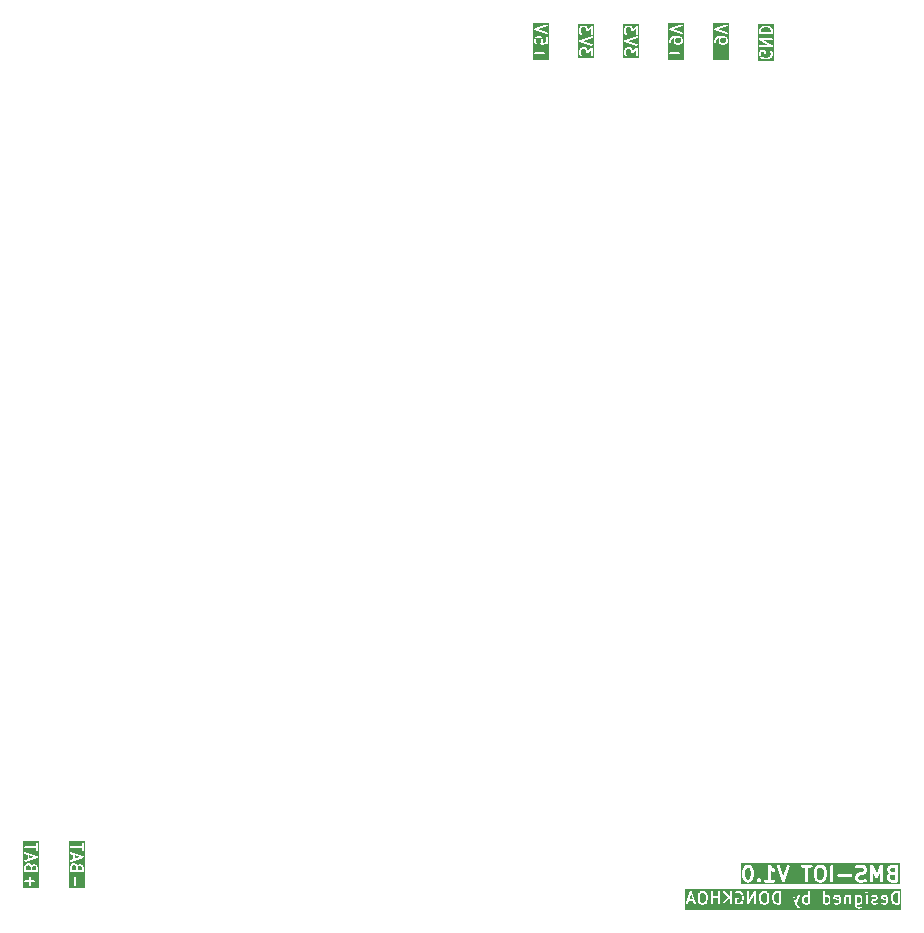
<source format=gbr>
%TF.GenerationSoftware,KiCad,Pcbnew,8.0.4*%
%TF.CreationDate,2024-10-07T12:15:03+07:00*%
%TF.ProjectId,BATTERY_CONVERTER,42415454-4552-4595-9f43-4f4e56455254,rev?*%
%TF.SameCoordinates,Original*%
%TF.FileFunction,Legend,Bot*%
%TF.FilePolarity,Positive*%
%FSLAX46Y46*%
G04 Gerber Fmt 4.6, Leading zero omitted, Abs format (unit mm)*
G04 Created by KiCad (PCBNEW 8.0.4) date 2024-10-07 12:15:03*
%MOMM*%
%LPD*%
G01*
G04 APERTURE LIST*
%ADD10C,0.254000*%
%ADD11C,0.152400*%
G04 APERTURE END LIST*
D10*
G36*
X125538462Y-121814618D02*
G01*
X125569795Y-121845951D01*
X125614820Y-121936000D01*
X125668123Y-122149210D01*
X125668123Y-122420324D01*
X125614820Y-122633534D01*
X125569794Y-122723586D01*
X125538464Y-122754916D01*
X125462762Y-122792768D01*
X125401769Y-122792768D01*
X125326069Y-122754918D01*
X125294736Y-122723585D01*
X125249712Y-122633537D01*
X125196408Y-122420323D01*
X125196408Y-122149211D01*
X125249712Y-121935997D01*
X125294735Y-121845951D01*
X125326069Y-121814618D01*
X125401769Y-121776768D01*
X125462762Y-121776768D01*
X125538462Y-121814618D01*
G37*
G36*
X131707036Y-121814619D02*
G01*
X131788541Y-121896124D01*
X131836694Y-122088734D01*
X131836694Y-122480800D01*
X131788541Y-122673410D01*
X131707034Y-122754917D01*
X131631333Y-122792768D01*
X131449388Y-122792768D01*
X131373686Y-122754917D01*
X131292179Y-122673409D01*
X131244027Y-122480800D01*
X131244027Y-122088734D01*
X131292179Y-121896124D01*
X131373685Y-121814619D01*
X131449388Y-121776768D01*
X131631333Y-121776768D01*
X131707036Y-121814619D01*
G37*
G36*
X137884314Y-122792768D02*
G01*
X137557484Y-122792768D01*
X137481782Y-122754917D01*
X137450450Y-122723584D01*
X137412599Y-122647882D01*
X137412599Y-122526414D01*
X137450450Y-122450711D01*
X137475153Y-122426008D01*
X137608590Y-122381530D01*
X137884314Y-122381530D01*
X137884314Y-122792768D01*
G37*
G36*
X137884314Y-122127530D02*
G01*
X137617961Y-122127530D01*
X137542259Y-122089678D01*
X137510926Y-122058345D01*
X137473075Y-121982643D01*
X137473075Y-121921653D01*
X137510926Y-121845951D01*
X137542260Y-121814618D01*
X137617960Y-121776768D01*
X137884314Y-121776768D01*
X137884314Y-122127530D01*
G37*
G36*
X138279425Y-123187879D02*
G01*
X124801297Y-123187879D01*
X124801297Y-122133577D01*
X124942408Y-122133577D01*
X124942408Y-122435958D01*
X124942833Y-122440279D01*
X124942558Y-122442132D01*
X124943929Y-122451404D01*
X124944848Y-122460734D01*
X124945564Y-122462464D01*
X124946200Y-122466760D01*
X125006677Y-122708665D01*
X125007329Y-122710492D01*
X125007395Y-122711408D01*
X125011337Y-122721708D01*
X125015053Y-122732110D01*
X125015600Y-122732848D01*
X125016293Y-122734659D01*
X125076769Y-122855611D01*
X125083480Y-122866273D01*
X125084764Y-122869372D01*
X125087626Y-122872859D01*
X125090031Y-122876680D01*
X125092565Y-122878878D01*
X125100558Y-122888617D01*
X125161034Y-122949094D01*
X125170774Y-122957088D01*
X125172972Y-122959622D01*
X125176789Y-122962025D01*
X125180278Y-122964888D01*
X125183378Y-122966172D01*
X125194041Y-122972884D01*
X125314992Y-123033360D01*
X125338244Y-123042258D01*
X125342796Y-123042581D01*
X125347013Y-123044328D01*
X125371789Y-123046768D01*
X125492742Y-123046768D01*
X125517518Y-123044328D01*
X125521734Y-123042581D01*
X125526287Y-123042258D01*
X125549538Y-123033360D01*
X125670490Y-122972884D01*
X125681153Y-122966171D01*
X125684253Y-122964888D01*
X125687741Y-122962025D01*
X125691559Y-122959622D01*
X125693756Y-122957088D01*
X125703497Y-122949094D01*
X125763974Y-122888617D01*
X125771966Y-122878877D01*
X125774499Y-122876681D01*
X125776903Y-122872861D01*
X125779767Y-122869372D01*
X125781050Y-122866274D01*
X125787762Y-122855612D01*
X125798311Y-122834515D01*
X126154372Y-122834515D01*
X126154372Y-122884069D01*
X126158897Y-122894992D01*
X126173336Y-122929851D01*
X126189130Y-122949095D01*
X126249607Y-123009572D01*
X126268851Y-123025364D01*
X126268852Y-123025365D01*
X126288154Y-123033360D01*
X126314632Y-123044328D01*
X126314633Y-123044328D01*
X126364185Y-123044328D01*
X126364187Y-123044328D01*
X126409968Y-123025364D01*
X126409972Y-123025359D01*
X126429212Y-123009571D01*
X126489688Y-122949095D01*
X126505482Y-122929850D01*
X126519921Y-122894992D01*
X126759134Y-122894992D01*
X126759134Y-122944544D01*
X126778097Y-122990325D01*
X126813137Y-123025365D01*
X126858918Y-123044328D01*
X126883694Y-123046768D01*
X127609409Y-123046768D01*
X127634185Y-123044328D01*
X127679966Y-123025365D01*
X127715006Y-122990325D01*
X127733969Y-122944544D01*
X127733969Y-122894992D01*
X127715006Y-122849211D01*
X127679966Y-122814171D01*
X127634185Y-122795208D01*
X127609409Y-122792768D01*
X127373552Y-122792768D01*
X127373552Y-122016849D01*
X127398653Y-122041951D01*
X127408392Y-122049943D01*
X127410591Y-122052479D01*
X127414412Y-122054884D01*
X127417898Y-122057745D01*
X127420995Y-122059027D01*
X127431660Y-122065741D01*
X127552613Y-122126217D01*
X127575865Y-122135115D01*
X127625293Y-122138628D01*
X127672304Y-122122957D01*
X127709739Y-122090490D01*
X127731899Y-122046169D01*
X127735412Y-121996741D01*
X127719741Y-121949730D01*
X127687274Y-121912295D01*
X127666204Y-121899032D01*
X127563685Y-121847773D01*
X127466198Y-121750285D01*
X127409777Y-121665653D01*
X127846262Y-121665653D01*
X127851782Y-121689929D01*
X128275116Y-122959929D01*
X128285266Y-122982662D01*
X128291211Y-122989517D01*
X128295270Y-122997634D01*
X128307299Y-123008067D01*
X128317733Y-123020097D01*
X128325849Y-123024154D01*
X128332705Y-123030101D01*
X128347815Y-123035138D01*
X128362056Y-123042258D01*
X128371104Y-123042901D01*
X128379714Y-123045771D01*
X128395599Y-123044642D01*
X128411484Y-123045771D01*
X128420093Y-123042901D01*
X128429143Y-123042258D01*
X128443384Y-123035137D01*
X128458493Y-123030101D01*
X128465348Y-123024155D01*
X128473465Y-123020097D01*
X128483898Y-123008067D01*
X128495928Y-122997634D01*
X128499986Y-122989517D01*
X128505932Y-122982662D01*
X128516082Y-122959929D01*
X128939415Y-121689929D01*
X128944935Y-121665653D01*
X128942045Y-121624992D01*
X129903896Y-121624992D01*
X129903896Y-121674544D01*
X129922859Y-121720325D01*
X129957899Y-121755365D01*
X130003680Y-121774328D01*
X130028456Y-121776768D01*
X130264313Y-121776768D01*
X130264313Y-122919768D01*
X130266753Y-122944544D01*
X130285716Y-122990325D01*
X130320756Y-123025365D01*
X130366537Y-123044328D01*
X130416089Y-123044328D01*
X130461870Y-123025365D01*
X130496910Y-122990325D01*
X130515873Y-122944544D01*
X130518313Y-122919768D01*
X130518313Y-122073101D01*
X130990027Y-122073101D01*
X130990027Y-122496434D01*
X130990452Y-122500755D01*
X130990177Y-122502608D01*
X130991548Y-122511880D01*
X130992467Y-122521210D01*
X130993183Y-122522940D01*
X130993819Y-122527236D01*
X131054295Y-122769141D01*
X131062671Y-122792585D01*
X131068293Y-122800173D01*
X131071907Y-122808897D01*
X131087700Y-122828142D01*
X131208653Y-122949094D01*
X131218392Y-122957086D01*
X131220591Y-122959622D01*
X131224412Y-122962027D01*
X131227898Y-122964888D01*
X131230994Y-122966170D01*
X131241660Y-122972884D01*
X131362611Y-123033360D01*
X131385863Y-123042258D01*
X131390415Y-123042581D01*
X131394632Y-123044328D01*
X131419408Y-123046768D01*
X131661313Y-123046768D01*
X131686089Y-123044328D01*
X131690305Y-123042581D01*
X131694858Y-123042258D01*
X131718109Y-123033360D01*
X131839061Y-122972884D01*
X131849725Y-122966170D01*
X131852823Y-122964888D01*
X131856309Y-122962026D01*
X131860130Y-122959622D01*
X131862327Y-122957088D01*
X131872068Y-122949095D01*
X131993020Y-122828142D01*
X132008814Y-122808897D01*
X132012427Y-122800173D01*
X132018050Y-122792585D01*
X132026426Y-122769141D01*
X132086902Y-122527236D01*
X132087537Y-122522940D01*
X132088254Y-122521210D01*
X132089172Y-122511880D01*
X132090544Y-122502608D01*
X132090268Y-122500755D01*
X132090694Y-122496434D01*
X132090694Y-122073101D01*
X132090268Y-122068779D01*
X132090544Y-122066927D01*
X132089172Y-122057654D01*
X132088254Y-122048325D01*
X132087537Y-122046594D01*
X132086902Y-122042299D01*
X132026426Y-121800394D01*
X132018050Y-121776950D01*
X132012427Y-121769361D01*
X132008814Y-121760638D01*
X131993020Y-121741393D01*
X131901394Y-121649768D01*
X132380980Y-121649768D01*
X132380980Y-122919768D01*
X132383420Y-122944544D01*
X132402383Y-122990325D01*
X132437423Y-123025365D01*
X132483204Y-123044328D01*
X132532756Y-123044328D01*
X132578537Y-123025365D01*
X132613577Y-122990325D01*
X132632540Y-122944544D01*
X132634980Y-122919768D01*
X132634980Y-122411182D01*
X132988182Y-122411182D01*
X132988182Y-122460734D01*
X133007145Y-122506515D01*
X133042185Y-122541555D01*
X133087966Y-122560518D01*
X133112742Y-122562958D01*
X134080361Y-122562958D01*
X134105137Y-122560518D01*
X134113845Y-122556911D01*
X134497646Y-122556911D01*
X134497646Y-122677863D01*
X134500086Y-122702639D01*
X134501832Y-122706855D01*
X134502156Y-122711408D01*
X134511054Y-122734660D01*
X134571531Y-122855612D01*
X134578242Y-122866274D01*
X134579526Y-122869372D01*
X134582389Y-122872860D01*
X134584794Y-122876681D01*
X134587327Y-122878878D01*
X134595320Y-122888617D01*
X134655796Y-122949094D01*
X134665536Y-122957088D01*
X134667734Y-122959622D01*
X134671551Y-122962025D01*
X134675040Y-122964888D01*
X134678140Y-122966172D01*
X134688803Y-122972884D01*
X134809754Y-123033360D01*
X134833006Y-123042258D01*
X134837558Y-123042581D01*
X134841775Y-123044328D01*
X134866551Y-123046768D01*
X135168932Y-123046768D01*
X135181470Y-123045533D01*
X135184817Y-123045771D01*
X135189218Y-123044770D01*
X135193708Y-123044328D01*
X135196805Y-123043045D01*
X135209093Y-123040251D01*
X135390522Y-122979775D01*
X135413255Y-122969625D01*
X135450690Y-122937158D01*
X135472851Y-122892836D01*
X135476364Y-122843407D01*
X135460694Y-122796398D01*
X135428227Y-122758963D01*
X135383905Y-122736802D01*
X135334477Y-122733289D01*
X135310200Y-122738809D01*
X135148322Y-122792768D01*
X134896531Y-122792768D01*
X134820831Y-122754918D01*
X134789498Y-122723585D01*
X134751646Y-122647881D01*
X134751646Y-122586892D01*
X134789497Y-122511190D01*
X134820831Y-122479856D01*
X134910876Y-122434833D01*
X135139258Y-122377738D01*
X135141085Y-122377085D01*
X135142001Y-122377020D01*
X135152316Y-122373072D01*
X135162702Y-122369362D01*
X135163438Y-122368816D01*
X135165253Y-122368122D01*
X135286205Y-122307645D01*
X135296867Y-122300933D01*
X135299965Y-122299650D01*
X135303453Y-122296786D01*
X135307274Y-122294382D01*
X135309471Y-122291848D01*
X135319210Y-122283856D01*
X135379687Y-122223380D01*
X135387681Y-122213639D01*
X135390215Y-122211442D01*
X135392618Y-122207624D01*
X135395481Y-122204136D01*
X135396765Y-122201035D01*
X135403477Y-122190373D01*
X135463953Y-122069422D01*
X135472851Y-122046170D01*
X135473174Y-122041617D01*
X135474921Y-122037401D01*
X135477361Y-122012625D01*
X135477361Y-121891672D01*
X135474921Y-121866896D01*
X135473174Y-121862679D01*
X135472851Y-121858127D01*
X135463953Y-121834875D01*
X135403477Y-121713924D01*
X135396765Y-121703261D01*
X135395481Y-121700161D01*
X135392618Y-121696672D01*
X135390215Y-121692855D01*
X135387681Y-121690657D01*
X135379687Y-121680917D01*
X135348537Y-121649768D01*
X135767647Y-121649768D01*
X135767647Y-122919768D01*
X135770087Y-122944544D01*
X135789050Y-122990325D01*
X135824090Y-123025365D01*
X135869871Y-123044328D01*
X135919423Y-123044328D01*
X135965204Y-123025365D01*
X136000244Y-122990325D01*
X136019207Y-122944544D01*
X136021647Y-122919768D01*
X136021647Y-122222228D01*
X136202895Y-122610617D01*
X136208268Y-122619689D01*
X136209387Y-122622764D01*
X136211377Y-122624938D01*
X136215583Y-122632037D01*
X136229817Y-122645073D01*
X136242854Y-122659308D01*
X136247966Y-122661693D01*
X136252127Y-122665504D01*
X136270262Y-122672098D01*
X136287757Y-122680263D01*
X136293395Y-122680510D01*
X136298698Y-122682439D01*
X136317980Y-122681591D01*
X136337262Y-122682439D01*
X136342564Y-122680510D01*
X136348203Y-122680263D01*
X136365697Y-122672098D01*
X136383833Y-122665504D01*
X136387993Y-122661693D01*
X136393106Y-122659308D01*
X136406142Y-122645073D01*
X136420377Y-122632037D01*
X136424582Y-122624937D01*
X136426573Y-122622764D01*
X136427690Y-122619690D01*
X136433065Y-122610618D01*
X136614314Y-122222227D01*
X136614314Y-122919768D01*
X136616754Y-122944544D01*
X136635717Y-122990325D01*
X136670757Y-123025365D01*
X136716538Y-123044328D01*
X136766090Y-123044328D01*
X136811871Y-123025365D01*
X136846911Y-122990325D01*
X136865874Y-122944544D01*
X136868314Y-122919768D01*
X136868314Y-122496434D01*
X137158599Y-122496434D01*
X137158599Y-122677863D01*
X137161039Y-122702639D01*
X137162785Y-122706855D01*
X137163109Y-122711408D01*
X137172007Y-122734659D01*
X137232483Y-122855611D01*
X137239196Y-122866275D01*
X137240479Y-122869373D01*
X137243340Y-122872859D01*
X137245745Y-122876680D01*
X137248278Y-122878877D01*
X137256272Y-122888618D01*
X137316749Y-122949094D01*
X137326488Y-122957086D01*
X137328687Y-122959622D01*
X137332508Y-122962027D01*
X137335994Y-122964888D01*
X137339090Y-122966170D01*
X137349756Y-122972884D01*
X137470707Y-123033360D01*
X137493959Y-123042258D01*
X137498511Y-123042581D01*
X137502728Y-123044328D01*
X137527504Y-123046768D01*
X138011314Y-123046768D01*
X138036090Y-123044328D01*
X138081871Y-123025365D01*
X138116911Y-122990325D01*
X138135874Y-122944544D01*
X138138314Y-122919768D01*
X138138314Y-121649768D01*
X138135874Y-121624992D01*
X138116911Y-121579211D01*
X138081871Y-121544171D01*
X138036090Y-121525208D01*
X138011314Y-121522768D01*
X137587980Y-121522768D01*
X137563204Y-121525208D01*
X137558987Y-121526954D01*
X137554435Y-121527278D01*
X137531183Y-121536176D01*
X137410232Y-121596652D01*
X137399571Y-121603362D01*
X137396470Y-121604647D01*
X137392978Y-121607512D01*
X137389163Y-121609914D01*
X137386967Y-121612445D01*
X137377225Y-121620441D01*
X137316749Y-121680917D01*
X137308755Y-121690657D01*
X137306223Y-121692854D01*
X137303818Y-121696674D01*
X137300956Y-121700162D01*
X137299673Y-121703258D01*
X137292960Y-121713923D01*
X137232483Y-121834875D01*
X137223585Y-121858127D01*
X137223261Y-121862679D01*
X137221515Y-121866896D01*
X137219075Y-121891672D01*
X137219075Y-122012625D01*
X137221515Y-122037401D01*
X137223261Y-122041617D01*
X137223585Y-122046170D01*
X137232483Y-122069422D01*
X137292960Y-122190374D01*
X137299673Y-122201038D01*
X137300956Y-122204135D01*
X137303818Y-122207622D01*
X137306223Y-122211443D01*
X137308755Y-122213639D01*
X137316749Y-122223380D01*
X137317750Y-122224381D01*
X137316750Y-122225202D01*
X137256273Y-122285679D01*
X137248278Y-122295419D01*
X137245745Y-122297617D01*
X137243341Y-122301434D01*
X137240479Y-122304923D01*
X137239195Y-122308022D01*
X137232483Y-122318686D01*
X137172007Y-122439638D01*
X137163109Y-122462889D01*
X137162785Y-122467441D01*
X137161039Y-122471658D01*
X137158599Y-122496434D01*
X136868314Y-122496434D01*
X136868314Y-121649768D01*
X136866710Y-121633482D01*
X136866842Y-121630486D01*
X136866256Y-121628875D01*
X136865874Y-121624992D01*
X136857437Y-121604624D01*
X136849907Y-121583916D01*
X136847995Y-121581828D01*
X136846911Y-121579211D01*
X136831319Y-121563619D01*
X136816440Y-121547372D01*
X136813874Y-121546174D01*
X136811871Y-121544171D01*
X136791498Y-121535732D01*
X136771537Y-121526417D01*
X136768708Y-121526292D01*
X136766090Y-121525208D01*
X136744032Y-121525208D01*
X136722032Y-121524241D01*
X136719373Y-121525208D01*
X136716538Y-121525208D01*
X136696165Y-121533646D01*
X136675461Y-121541175D01*
X136673372Y-121543087D01*
X136670757Y-121544171D01*
X136655175Y-121559752D01*
X136638917Y-121574642D01*
X136636927Y-121578000D01*
X136635717Y-121579211D01*
X136634569Y-121581981D01*
X136626229Y-121596062D01*
X136317979Y-122256593D01*
X136009732Y-121596062D01*
X136001391Y-121581981D01*
X136000244Y-121579211D01*
X135999033Y-121578000D01*
X135997044Y-121574642D01*
X135980785Y-121559752D01*
X135965204Y-121544171D01*
X135962588Y-121543087D01*
X135960500Y-121541175D01*
X135939786Y-121533642D01*
X135919423Y-121525208D01*
X135916591Y-121525208D01*
X135913929Y-121524240D01*
X135891907Y-121525208D01*
X135869871Y-121525208D01*
X135867255Y-121526291D01*
X135864424Y-121526416D01*
X135844443Y-121535740D01*
X135824090Y-121544171D01*
X135822087Y-121546173D01*
X135819521Y-121547371D01*
X135804631Y-121563629D01*
X135789050Y-121579211D01*
X135787966Y-121581826D01*
X135786054Y-121583915D01*
X135778521Y-121604628D01*
X135770087Y-121624992D01*
X135769704Y-121628875D01*
X135769119Y-121630486D01*
X135769250Y-121633483D01*
X135767647Y-121649768D01*
X135348537Y-121649768D01*
X135319210Y-121620441D01*
X135309471Y-121612448D01*
X135307273Y-121609914D01*
X135303452Y-121607509D01*
X135299965Y-121604647D01*
X135296866Y-121603363D01*
X135286204Y-121596652D01*
X135165252Y-121536176D01*
X135142001Y-121527278D01*
X135137448Y-121526954D01*
X135133232Y-121525208D01*
X135108456Y-121522768D01*
X134806075Y-121522768D01*
X134793536Y-121524002D01*
X134790191Y-121523765D01*
X134785789Y-121524765D01*
X134781299Y-121525208D01*
X134778200Y-121526491D01*
X134765914Y-121529285D01*
X134584485Y-121589761D01*
X134561752Y-121599911D01*
X134524317Y-121632378D01*
X134502156Y-121676700D01*
X134498643Y-121726129D01*
X134514313Y-121773138D01*
X134546780Y-121810573D01*
X134591102Y-121832734D01*
X134640531Y-121836247D01*
X134664807Y-121830727D01*
X134826685Y-121776768D01*
X135078476Y-121776768D01*
X135154178Y-121814619D01*
X135185511Y-121845952D01*
X135223361Y-121921652D01*
X135223361Y-121982645D01*
X135185511Y-122058345D01*
X135154178Y-122089677D01*
X135064127Y-122134703D01*
X134835749Y-122191798D01*
X134833921Y-122192450D01*
X134833006Y-122192516D01*
X134822690Y-122196463D01*
X134812305Y-122200174D01*
X134811568Y-122200719D01*
X134809754Y-122201414D01*
X134688803Y-122261890D01*
X134678142Y-122268600D01*
X134675041Y-122269885D01*
X134671549Y-122272750D01*
X134667734Y-122275152D01*
X134665538Y-122277683D01*
X134655796Y-122285679D01*
X134595320Y-122346155D01*
X134587326Y-122355895D01*
X134584794Y-122358092D01*
X134582389Y-122361912D01*
X134579527Y-122365400D01*
X134578244Y-122368496D01*
X134571531Y-122379161D01*
X134511054Y-122500114D01*
X134502156Y-122523366D01*
X134501832Y-122527918D01*
X134500086Y-122532135D01*
X134497646Y-122556911D01*
X134113845Y-122556911D01*
X134150918Y-122541555D01*
X134185958Y-122506515D01*
X134204921Y-122460734D01*
X134204921Y-122411182D01*
X134185958Y-122365401D01*
X134150918Y-122330361D01*
X134105137Y-122311398D01*
X134080361Y-122308958D01*
X133112742Y-122308958D01*
X133087966Y-122311398D01*
X133042185Y-122330361D01*
X133007145Y-122365401D01*
X132988182Y-122411182D01*
X132634980Y-122411182D01*
X132634980Y-121649768D01*
X132632540Y-121624992D01*
X132613577Y-121579211D01*
X132578537Y-121544171D01*
X132532756Y-121525208D01*
X132483204Y-121525208D01*
X132437423Y-121544171D01*
X132402383Y-121579211D01*
X132383420Y-121624992D01*
X132380980Y-121649768D01*
X131901394Y-121649768D01*
X131872067Y-121620441D01*
X131862326Y-121612447D01*
X131860130Y-121609914D01*
X131856313Y-121607511D01*
X131852823Y-121604647D01*
X131849721Y-121603362D01*
X131839061Y-121596652D01*
X131718109Y-121536176D01*
X131694858Y-121527278D01*
X131690305Y-121526954D01*
X131686089Y-121525208D01*
X131661313Y-121522768D01*
X131419408Y-121522768D01*
X131394632Y-121525208D01*
X131390415Y-121526954D01*
X131385863Y-121527278D01*
X131362611Y-121536176D01*
X131241660Y-121596652D01*
X131230997Y-121603363D01*
X131227899Y-121604647D01*
X131224411Y-121607509D01*
X131220591Y-121609914D01*
X131218392Y-121612448D01*
X131208654Y-121620441D01*
X131087701Y-121741393D01*
X131071907Y-121760638D01*
X131068293Y-121769361D01*
X131062671Y-121776950D01*
X131054295Y-121800394D01*
X130993819Y-122042299D01*
X130993183Y-122046594D01*
X130992467Y-122048325D01*
X130991548Y-122057654D01*
X130990177Y-122066927D01*
X130990452Y-122068779D01*
X130990027Y-122073101D01*
X130518313Y-122073101D01*
X130518313Y-121776768D01*
X130754170Y-121776768D01*
X130778946Y-121774328D01*
X130824727Y-121755365D01*
X130859767Y-121720325D01*
X130878730Y-121674544D01*
X130878730Y-121624992D01*
X130859767Y-121579211D01*
X130824727Y-121544171D01*
X130778946Y-121525208D01*
X130754170Y-121522768D01*
X130028456Y-121522768D01*
X130003680Y-121525208D01*
X129957899Y-121544171D01*
X129922859Y-121579211D01*
X129903896Y-121624992D01*
X128942045Y-121624992D01*
X128941422Y-121616225D01*
X128919261Y-121571902D01*
X128881826Y-121539435D01*
X128834817Y-121523766D01*
X128785388Y-121527278D01*
X128741066Y-121549439D01*
X128708599Y-121586875D01*
X128698449Y-121609608D01*
X128395598Y-122518158D01*
X128092748Y-121609607D01*
X128082598Y-121586874D01*
X128050131Y-121549439D01*
X128005808Y-121527278D01*
X127956380Y-121523765D01*
X127909371Y-121539435D01*
X127871936Y-121571902D01*
X127849775Y-121616225D01*
X127846262Y-121665653D01*
X127409777Y-121665653D01*
X127352222Y-121579321D01*
X127352166Y-121579253D01*
X127352149Y-121579211D01*
X127352054Y-121579116D01*
X127336449Y-121560060D01*
X127326000Y-121553062D01*
X127317109Y-121544171D01*
X127305614Y-121539409D01*
X127295276Y-121532486D01*
X127282945Y-121530019D01*
X127271328Y-121525208D01*
X127258885Y-121525208D01*
X127246684Y-121522768D01*
X127234351Y-121525208D01*
X127221776Y-121525208D01*
X127210278Y-121529970D01*
X127198073Y-121532385D01*
X127187611Y-121539359D01*
X127175995Y-121544171D01*
X127167197Y-121552969D01*
X127156844Y-121559871D01*
X127149846Y-121570319D01*
X127140955Y-121579211D01*
X127136193Y-121590705D01*
X127129270Y-121601044D01*
X127126803Y-121613374D01*
X127121992Y-121624992D01*
X127119577Y-121649507D01*
X127119552Y-121649636D01*
X127119560Y-121649679D01*
X127119552Y-121649768D01*
X127119552Y-122792768D01*
X126883694Y-122792768D01*
X126858918Y-122795208D01*
X126813137Y-122814171D01*
X126778097Y-122849211D01*
X126759134Y-122894992D01*
X126519921Y-122894992D01*
X126519921Y-122894991D01*
X126524445Y-122884070D01*
X126524445Y-122834516D01*
X126520814Y-122825748D01*
X126505482Y-122788734D01*
X126505477Y-122788729D01*
X126489689Y-122769490D01*
X126429212Y-122709013D01*
X126409968Y-122693219D01*
X126385090Y-122682914D01*
X126364185Y-122674255D01*
X126314633Y-122674255D01*
X126268852Y-122693218D01*
X126268851Y-122693219D01*
X126249606Y-122709013D01*
X126189129Y-122769489D01*
X126173336Y-122788733D01*
X126173335Y-122788735D01*
X126166717Y-122804713D01*
X126154372Y-122834515D01*
X125798311Y-122834515D01*
X125848239Y-122734660D01*
X125848933Y-122732845D01*
X125849479Y-122732109D01*
X125853189Y-122721723D01*
X125857137Y-122711408D01*
X125857202Y-122710492D01*
X125857855Y-122708665D01*
X125918331Y-122466760D01*
X125918966Y-122462464D01*
X125919683Y-122460734D01*
X125920601Y-122451404D01*
X125921973Y-122442132D01*
X125921697Y-122440279D01*
X125922123Y-122435958D01*
X125922123Y-122133577D01*
X125921697Y-122129255D01*
X125921973Y-122127403D01*
X125920601Y-122118130D01*
X125919683Y-122108801D01*
X125918966Y-122107070D01*
X125918331Y-122102775D01*
X125857855Y-121860870D01*
X125857202Y-121859042D01*
X125857137Y-121858127D01*
X125853189Y-121847811D01*
X125849479Y-121837426D01*
X125848933Y-121836689D01*
X125848239Y-121834875D01*
X125787762Y-121713923D01*
X125781051Y-121703262D01*
X125779767Y-121700162D01*
X125776901Y-121696670D01*
X125774499Y-121692854D01*
X125771967Y-121690658D01*
X125763973Y-121680917D01*
X125703497Y-121620441D01*
X125693756Y-121612447D01*
X125691559Y-121609914D01*
X125687738Y-121607509D01*
X125684252Y-121604648D01*
X125681154Y-121603365D01*
X125670490Y-121596652D01*
X125549538Y-121536176D01*
X125526287Y-121527278D01*
X125521734Y-121526954D01*
X125517518Y-121525208D01*
X125492742Y-121522768D01*
X125371789Y-121522768D01*
X125347013Y-121525208D01*
X125342796Y-121526954D01*
X125338244Y-121527278D01*
X125314992Y-121536176D01*
X125194041Y-121596652D01*
X125183380Y-121603362D01*
X125180279Y-121604647D01*
X125176787Y-121607512D01*
X125172972Y-121609914D01*
X125170776Y-121612445D01*
X125161034Y-121620441D01*
X125100558Y-121680917D01*
X125092564Y-121690657D01*
X125090031Y-121692855D01*
X125087626Y-121696675D01*
X125084765Y-121700162D01*
X125083482Y-121703259D01*
X125076769Y-121713924D01*
X125016293Y-121834876D01*
X125015600Y-121836686D01*
X125015053Y-121837425D01*
X125011337Y-121847826D01*
X125007395Y-121858127D01*
X125007329Y-121859042D01*
X125006677Y-121860870D01*
X124946200Y-122102775D01*
X124945564Y-122107070D01*
X124944848Y-122108801D01*
X124943929Y-122118130D01*
X124942558Y-122127403D01*
X124942833Y-122129255D01*
X124942408Y-122133577D01*
X124801297Y-122133577D01*
X124801297Y-121381657D01*
X138279425Y-121381657D01*
X138279425Y-123187879D01*
G37*
D11*
G36*
X123480418Y-51552085D02*
G01*
X123511314Y-51582980D01*
X123546120Y-51652591D01*
X123546120Y-51810140D01*
X123511314Y-51879751D01*
X123480418Y-51910646D01*
X123410808Y-51945452D01*
X123204878Y-51945452D01*
X123135267Y-51910646D01*
X123104372Y-51879750D01*
X123069567Y-51810140D01*
X123069567Y-51652592D01*
X123104372Y-51582981D01*
X123135267Y-51552085D01*
X123204878Y-51517280D01*
X123410808Y-51517280D01*
X123480418Y-51552085D01*
G37*
G36*
X123811409Y-53418801D02*
G01*
X122417231Y-53418801D01*
X122417231Y-52457081D01*
X122917167Y-52457081D01*
X122917167Y-53231176D01*
X122918631Y-53246042D01*
X122930009Y-53273510D01*
X122951033Y-53294534D01*
X122978501Y-53305912D01*
X123008233Y-53305912D01*
X123035701Y-53294534D01*
X123056725Y-53273510D01*
X123068103Y-53246042D01*
X123069567Y-53231176D01*
X123069567Y-52457081D01*
X123068103Y-52442215D01*
X123056725Y-52414747D01*
X123035701Y-52393723D01*
X123008233Y-52382345D01*
X122978501Y-52382345D01*
X122951033Y-52393723D01*
X122930009Y-52414747D01*
X122918631Y-52442215D01*
X122917167Y-52457081D01*
X122417231Y-52457081D01*
X122417231Y-51731366D01*
X122530120Y-51731366D01*
X122530120Y-51924890D01*
X122531584Y-51939756D01*
X122542962Y-51967224D01*
X122563986Y-51988248D01*
X122591454Y-51999626D01*
X122621186Y-51999626D01*
X122648654Y-51988248D01*
X122669678Y-51967224D01*
X122681056Y-51939756D01*
X122682520Y-51924890D01*
X122682520Y-51749354D01*
X122717326Y-51679741D01*
X122751628Y-51645438D01*
X122879509Y-51560185D01*
X122954793Y-51541363D01*
X122925212Y-51600526D01*
X122919873Y-51614478D01*
X122919679Y-51617207D01*
X122918631Y-51619738D01*
X122917167Y-51634604D01*
X122917167Y-51828128D01*
X122918631Y-51842994D01*
X122919679Y-51845524D01*
X122919873Y-51848254D01*
X122925212Y-51862206D01*
X122973593Y-51958967D01*
X122977619Y-51965364D01*
X122978390Y-51967224D01*
X122980107Y-51969316D01*
X122981550Y-51971609D01*
X122983069Y-51972927D01*
X122987866Y-51978772D01*
X123036247Y-52027152D01*
X123042088Y-52031946D01*
X123043409Y-52033469D01*
X123045703Y-52034912D01*
X123047794Y-52036629D01*
X123049652Y-52037398D01*
X123056051Y-52041426D01*
X123152813Y-52089807D01*
X123166764Y-52095146D01*
X123169495Y-52095340D01*
X123172025Y-52096388D01*
X123186891Y-52097852D01*
X123428796Y-52097852D01*
X123443662Y-52096388D01*
X123446192Y-52095339D01*
X123448922Y-52095146D01*
X123462874Y-52089807D01*
X123559635Y-52041426D01*
X123566032Y-52037399D01*
X123567892Y-52036629D01*
X123569984Y-52034911D01*
X123572277Y-52033469D01*
X123573595Y-52031949D01*
X123579440Y-52027153D01*
X123627820Y-51978772D01*
X123632614Y-51972930D01*
X123634137Y-51971610D01*
X123635580Y-51969315D01*
X123637297Y-51967225D01*
X123638066Y-51965366D01*
X123642094Y-51958968D01*
X123690475Y-51862206D01*
X123695814Y-51848255D01*
X123696008Y-51845523D01*
X123697056Y-51842994D01*
X123698520Y-51828128D01*
X123698520Y-51634604D01*
X123697056Y-51619738D01*
X123696008Y-51617208D01*
X123695814Y-51614477D01*
X123690475Y-51600526D01*
X123642094Y-51503764D01*
X123638066Y-51497365D01*
X123637297Y-51495507D01*
X123635580Y-51493416D01*
X123634137Y-51491122D01*
X123632614Y-51489801D01*
X123627820Y-51483960D01*
X123579440Y-51435579D01*
X123573595Y-51430782D01*
X123572277Y-51429263D01*
X123569984Y-51427820D01*
X123567892Y-51426103D01*
X123566032Y-51425332D01*
X123559635Y-51421306D01*
X123462874Y-51372925D01*
X123448922Y-51367586D01*
X123446192Y-51367392D01*
X123443662Y-51366344D01*
X123428796Y-51364880D01*
X123041748Y-51364880D01*
X123039155Y-51365135D01*
X123038044Y-51364970D01*
X123032480Y-51365792D01*
X123026882Y-51366344D01*
X123025844Y-51366773D01*
X123023267Y-51367155D01*
X122829743Y-51415536D01*
X122820983Y-51418665D01*
X122819137Y-51419031D01*
X122817463Y-51419923D01*
X122815676Y-51420562D01*
X122814162Y-51421683D01*
X122805956Y-51426059D01*
X122660813Y-51522821D01*
X122660770Y-51522855D01*
X122660746Y-51522866D01*
X122655103Y-51527496D01*
X122649256Y-51532285D01*
X122649240Y-51532307D01*
X122649199Y-51532342D01*
X122600819Y-51580723D01*
X122596022Y-51586567D01*
X122594503Y-51587885D01*
X122593062Y-51590173D01*
X122591342Y-51592270D01*
X122590570Y-51594133D01*
X122586546Y-51600527D01*
X122538165Y-51697288D01*
X122532826Y-51711240D01*
X122532632Y-51713969D01*
X122531584Y-51716500D01*
X122530120Y-51731366D01*
X122417231Y-51731366D01*
X122417231Y-50802598D01*
X122530718Y-50802598D01*
X122531395Y-50812128D01*
X122530718Y-50821658D01*
X122532440Y-50826824D01*
X122532826Y-50832254D01*
X122537097Y-50840795D01*
X122540120Y-50849865D01*
X122543689Y-50853980D01*
X122546123Y-50858847D01*
X122553340Y-50865107D01*
X122559601Y-50872325D01*
X122564467Y-50874758D01*
X122568583Y-50878328D01*
X122582223Y-50884418D01*
X123598223Y-51223085D01*
X123612789Y-51226397D01*
X123642446Y-51224289D01*
X123669039Y-51210992D01*
X123688520Y-51188532D01*
X123697922Y-51160325D01*
X123695814Y-51130669D01*
X123682517Y-51104075D01*
X123660057Y-51084595D01*
X123646416Y-51078505D01*
X122847286Y-50812128D01*
X123646416Y-50545751D01*
X123660057Y-50539661D01*
X123682517Y-50520181D01*
X123695814Y-50493587D01*
X123697922Y-50463931D01*
X123688520Y-50435724D01*
X123669039Y-50413264D01*
X123642446Y-50399967D01*
X123612789Y-50397859D01*
X123598223Y-50401171D01*
X122582223Y-50739838D01*
X122568583Y-50745928D01*
X122564467Y-50749497D01*
X122559601Y-50751931D01*
X122553340Y-50759148D01*
X122546123Y-50765409D01*
X122543689Y-50770275D01*
X122540120Y-50774391D01*
X122537097Y-50783460D01*
X122532826Y-50792002D01*
X122532440Y-50797431D01*
X122530718Y-50802598D01*
X122417231Y-50802598D01*
X122417231Y-50284970D01*
X123811409Y-50284970D01*
X123811409Y-53418801D01*
G37*
G36*
X134880190Y-124269407D02*
G01*
X134911086Y-124300302D01*
X134945892Y-124369913D01*
X134945892Y-124624224D01*
X134911086Y-124693835D01*
X134880191Y-124724729D01*
X134810579Y-124759535D01*
X134653033Y-124759535D01*
X134614482Y-124740260D01*
X134614482Y-124253876D01*
X134653031Y-124234602D01*
X134810580Y-124234602D01*
X134880190Y-124269407D01*
G37*
G36*
X121720572Y-123930740D02*
G01*
X121793668Y-124003835D01*
X121834655Y-124167783D01*
X121834655Y-124487688D01*
X121793668Y-124651635D01*
X121720573Y-124724729D01*
X121650961Y-124759535D01*
X121493415Y-124759535D01*
X121423800Y-124724728D01*
X121350707Y-124651634D01*
X121309721Y-124487688D01*
X121309721Y-124167783D01*
X121350707Y-124003836D01*
X121423802Y-123930740D01*
X121493413Y-123895935D01*
X121650962Y-123895935D01*
X121720572Y-123930740D01*
G37*
G36*
X126945715Y-123930740D02*
G01*
X127018811Y-124003835D01*
X127059798Y-124167783D01*
X127059798Y-124487688D01*
X127018811Y-124651635D01*
X126945716Y-124724729D01*
X126876104Y-124759535D01*
X126718558Y-124759535D01*
X126648943Y-124724728D01*
X126575850Y-124651634D01*
X126534864Y-124487688D01*
X126534864Y-124167783D01*
X126575850Y-124003836D01*
X126648945Y-123930740D01*
X126718556Y-123895935D01*
X126876105Y-123895935D01*
X126945715Y-123930740D01*
G37*
G36*
X128027417Y-124759535D02*
G01*
X127874078Y-124759535D01*
X127757730Y-124720753D01*
X127682431Y-124645453D01*
X127643322Y-124567236D01*
X127599245Y-124390926D01*
X127599245Y-124264545D01*
X127643322Y-124088235D01*
X127682431Y-124010017D01*
X127757730Y-123934717D01*
X127874078Y-123895935D01*
X128027417Y-123895935D01*
X128027417Y-124759535D01*
G37*
G36*
X130494845Y-124253877D02*
G01*
X130494845Y-124740260D01*
X130456294Y-124759535D01*
X130298748Y-124759535D01*
X130229134Y-124724728D01*
X130198240Y-124693834D01*
X130163435Y-124624224D01*
X130163435Y-124369914D01*
X130198240Y-124300303D01*
X130229135Y-124269407D01*
X130298746Y-124234602D01*
X130456295Y-124234602D01*
X130494845Y-124253877D01*
G37*
G36*
X132170857Y-124269407D02*
G01*
X132201753Y-124300302D01*
X132236559Y-124369913D01*
X132236559Y-124624224D01*
X132201753Y-124693835D01*
X132170858Y-124724729D01*
X132101246Y-124759535D01*
X131943700Y-124759535D01*
X131905149Y-124740260D01*
X131905149Y-124253876D01*
X131943698Y-124234602D01*
X132101247Y-124234602D01*
X132170857Y-124269407D01*
G37*
G36*
X133078439Y-124263579D02*
G01*
X133107416Y-124321532D01*
X133107416Y-124404120D01*
X132776006Y-124337838D01*
X132776006Y-124321533D01*
X132804983Y-124263578D01*
X132862936Y-124234602D01*
X133020485Y-124234602D01*
X133078439Y-124263579D01*
G37*
G36*
X137094058Y-124263579D02*
G01*
X137123035Y-124321532D01*
X137123035Y-124404120D01*
X136791625Y-124337838D01*
X136791625Y-124321533D01*
X136820602Y-124263578D01*
X136878555Y-124234602D01*
X137036104Y-124234602D01*
X137094058Y-124263579D01*
G37*
G36*
X138090654Y-124759535D02*
G01*
X137937315Y-124759535D01*
X137820967Y-124720753D01*
X137745668Y-124645453D01*
X137706559Y-124567236D01*
X137662482Y-124390926D01*
X137662482Y-124264545D01*
X137706559Y-124088235D01*
X137745668Y-124010017D01*
X137820967Y-123934717D01*
X137937315Y-123895935D01*
X138090654Y-123895935D01*
X138090654Y-124759535D01*
G37*
G36*
X120740752Y-124469250D02*
G01*
X120468386Y-124469250D01*
X120604569Y-124060701D01*
X120740752Y-124469250D01*
G37*
G36*
X138355943Y-125363491D02*
G01*
X120077411Y-125363491D01*
X120077411Y-124826205D01*
X120190300Y-124826205D01*
X120192408Y-124855861D01*
X120205705Y-124882454D01*
X120228165Y-124901935D01*
X120256372Y-124911337D01*
X120286028Y-124909229D01*
X120312621Y-124895932D01*
X120332102Y-124873472D01*
X120338192Y-124859832D01*
X120417586Y-124621650D01*
X120791552Y-124621650D01*
X120870946Y-124859831D01*
X120877036Y-124873472D01*
X120896516Y-124895932D01*
X120923110Y-124909229D01*
X120952766Y-124911337D01*
X120980973Y-124901935D01*
X121003433Y-124882454D01*
X121016730Y-124855861D01*
X121018838Y-124826204D01*
X121015526Y-124811638D01*
X120797780Y-124158402D01*
X121157321Y-124158402D01*
X121157321Y-124497069D01*
X121157576Y-124499661D01*
X121157411Y-124500773D01*
X121158233Y-124506336D01*
X121158785Y-124511935D01*
X121159214Y-124512972D01*
X121159596Y-124515550D01*
X121207977Y-124709074D01*
X121213003Y-124723141D01*
X121216376Y-124727693D01*
X121218544Y-124732927D01*
X121228020Y-124744475D01*
X121324782Y-124841236D01*
X121330626Y-124846032D01*
X121331945Y-124847553D01*
X121334235Y-124848995D01*
X121336329Y-124850713D01*
X121338188Y-124851483D01*
X121344587Y-124855511D01*
X121441349Y-124903891D01*
X121455300Y-124909229D01*
X121458029Y-124909422D01*
X121460560Y-124910471D01*
X121475426Y-124911935D01*
X121668950Y-124911935D01*
X121683816Y-124910471D01*
X121686346Y-124909422D01*
X121689076Y-124909229D01*
X121703027Y-124903891D01*
X121799789Y-124855511D01*
X121806189Y-124851482D01*
X121808046Y-124850713D01*
X121810137Y-124848996D01*
X121812431Y-124847553D01*
X121813749Y-124846033D01*
X121819594Y-124841237D01*
X121916355Y-124744475D01*
X121925832Y-124732928D01*
X121928000Y-124727693D01*
X121931373Y-124723141D01*
X121936399Y-124709074D01*
X121984780Y-124515550D01*
X121985161Y-124512972D01*
X121985591Y-124511935D01*
X121986142Y-124506336D01*
X121986965Y-124500773D01*
X121986799Y-124499661D01*
X121987055Y-124497069D01*
X121987055Y-124158402D01*
X121986799Y-124155809D01*
X121986965Y-124154698D01*
X121986142Y-124149134D01*
X121985591Y-124143536D01*
X121985161Y-124142498D01*
X121984780Y-124139921D01*
X121936399Y-123946397D01*
X121931373Y-123932330D01*
X121928000Y-123927777D01*
X121925832Y-123922543D01*
X121916355Y-123910996D01*
X121825095Y-123819735D01*
X122270083Y-123819735D01*
X122270083Y-124835735D01*
X122271547Y-124850601D01*
X122282925Y-124878069D01*
X122303949Y-124899093D01*
X122331417Y-124910471D01*
X122361149Y-124910471D01*
X122388617Y-124899093D01*
X122409641Y-124878069D01*
X122421019Y-124850601D01*
X122422483Y-124835735D01*
X122422483Y-124379745D01*
X122850655Y-124379745D01*
X122850655Y-124835735D01*
X122852119Y-124850601D01*
X122863497Y-124878069D01*
X122884521Y-124899093D01*
X122911989Y-124910471D01*
X122941721Y-124910471D01*
X122969189Y-124899093D01*
X122990213Y-124878069D01*
X123001591Y-124850601D01*
X123003055Y-124835735D01*
X123003055Y-124831587D01*
X123286196Y-124831587D01*
X123290401Y-124861021D01*
X123305549Y-124886604D01*
X123329334Y-124904443D01*
X123358135Y-124911822D01*
X123387569Y-124907617D01*
X123413152Y-124892469D01*
X123423243Y-124881455D01*
X123805956Y-124371171D01*
X123866655Y-124431870D01*
X123866655Y-124835735D01*
X123868119Y-124850601D01*
X123879497Y-124878069D01*
X123900521Y-124899093D01*
X123927989Y-124910471D01*
X123957721Y-124910471D01*
X123985189Y-124899093D01*
X124006213Y-124878069D01*
X124017591Y-124850601D01*
X124019055Y-124835735D01*
X124019055Y-124400307D01*
X124302083Y-124400307D01*
X124302083Y-124738974D01*
X124303547Y-124753840D01*
X124314925Y-124781308D01*
X124324401Y-124792856D01*
X124372782Y-124841236D01*
X124384329Y-124850713D01*
X124386859Y-124851761D01*
X124388928Y-124853555D01*
X124402568Y-124859645D01*
X124547711Y-124908025D01*
X124555082Y-124909701D01*
X124556941Y-124910471D01*
X124559635Y-124910736D01*
X124562277Y-124911337D01*
X124564285Y-124911194D01*
X124571807Y-124911935D01*
X124668569Y-124911935D01*
X124676090Y-124911194D01*
X124678099Y-124911337D01*
X124680740Y-124910736D01*
X124683435Y-124910471D01*
X124685293Y-124909701D01*
X124692665Y-124908025D01*
X124837808Y-124859645D01*
X124851448Y-124853555D01*
X124853517Y-124851760D01*
X124856046Y-124850713D01*
X124867594Y-124841237D01*
X124964355Y-124744475D01*
X124969149Y-124738633D01*
X124970672Y-124737313D01*
X124972115Y-124735018D01*
X124973832Y-124732928D01*
X124974601Y-124731069D01*
X124978629Y-124724671D01*
X125027010Y-124627909D01*
X125027426Y-124626821D01*
X125027754Y-124626379D01*
X125029982Y-124620141D01*
X125032349Y-124613958D01*
X125032387Y-124613409D01*
X125032780Y-124612312D01*
X125081161Y-124418788D01*
X125081542Y-124416210D01*
X125081972Y-124415173D01*
X125082523Y-124409574D01*
X125083346Y-124404011D01*
X125083180Y-124402899D01*
X125083436Y-124400307D01*
X125083436Y-124255164D01*
X125083180Y-124252571D01*
X125083346Y-124251460D01*
X125082523Y-124245896D01*
X125081972Y-124240298D01*
X125081542Y-124239260D01*
X125081161Y-124236683D01*
X125032780Y-124043159D01*
X125032387Y-124042061D01*
X125032349Y-124041513D01*
X125029982Y-124035329D01*
X125027754Y-124029092D01*
X125027426Y-124028649D01*
X125027010Y-124027562D01*
X124978629Y-123930800D01*
X124974601Y-123924401D01*
X124973832Y-123922543D01*
X124972115Y-123920452D01*
X124970672Y-123918158D01*
X124969149Y-123916837D01*
X124964355Y-123910996D01*
X124873095Y-123819735D01*
X125366464Y-123819735D01*
X125366464Y-124835735D01*
X125366840Y-124839558D01*
X125366650Y-124841057D01*
X125367179Y-124842997D01*
X125367928Y-124850601D01*
X125371806Y-124859963D01*
X125374473Y-124869742D01*
X125377447Y-124873583D01*
X125379306Y-124878069D01*
X125386469Y-124885232D01*
X125392677Y-124893248D01*
X125396895Y-124895658D01*
X125400330Y-124899093D01*
X125409690Y-124902970D01*
X125418492Y-124908000D01*
X125423311Y-124908612D01*
X125427798Y-124910471D01*
X125437932Y-124910471D01*
X125447986Y-124911749D01*
X125452672Y-124910471D01*
X125457530Y-124910471D01*
X125466892Y-124906592D01*
X125476671Y-124903926D01*
X125480512Y-124900951D01*
X125484998Y-124899093D01*
X125492161Y-124891929D01*
X125500177Y-124885722D01*
X125504600Y-124879490D01*
X125506022Y-124878069D01*
X125506599Y-124876674D01*
X125508824Y-124873541D01*
X125947036Y-124106670D01*
X125947036Y-124835735D01*
X125948500Y-124850601D01*
X125959878Y-124878069D01*
X125980902Y-124899093D01*
X126008370Y-124910471D01*
X126038102Y-124910471D01*
X126065570Y-124899093D01*
X126086594Y-124878069D01*
X126097972Y-124850601D01*
X126099436Y-124835735D01*
X126099436Y-124158402D01*
X126382464Y-124158402D01*
X126382464Y-124497069D01*
X126382719Y-124499661D01*
X126382554Y-124500773D01*
X126383376Y-124506336D01*
X126383928Y-124511935D01*
X126384357Y-124512972D01*
X126384739Y-124515550D01*
X126433120Y-124709074D01*
X126438146Y-124723141D01*
X126441519Y-124727693D01*
X126443687Y-124732927D01*
X126453163Y-124744475D01*
X126549925Y-124841236D01*
X126555769Y-124846032D01*
X126557088Y-124847553D01*
X126559378Y-124848995D01*
X126561472Y-124850713D01*
X126563331Y-124851483D01*
X126569730Y-124855511D01*
X126666492Y-124903891D01*
X126680443Y-124909229D01*
X126683172Y-124909422D01*
X126685703Y-124910471D01*
X126700569Y-124911935D01*
X126894093Y-124911935D01*
X126908959Y-124910471D01*
X126911489Y-124909422D01*
X126914219Y-124909229D01*
X126928170Y-124903891D01*
X127024932Y-124855511D01*
X127031332Y-124851482D01*
X127033189Y-124850713D01*
X127035280Y-124848996D01*
X127037574Y-124847553D01*
X127038892Y-124846033D01*
X127044737Y-124841237D01*
X127141498Y-124744475D01*
X127150975Y-124732928D01*
X127153143Y-124727693D01*
X127156516Y-124723141D01*
X127161542Y-124709074D01*
X127209923Y-124515550D01*
X127210304Y-124512972D01*
X127210734Y-124511935D01*
X127211285Y-124506336D01*
X127212108Y-124500773D01*
X127211942Y-124499661D01*
X127212198Y-124497069D01*
X127212198Y-124255164D01*
X127446845Y-124255164D01*
X127446845Y-124400307D01*
X127447100Y-124402899D01*
X127446935Y-124404011D01*
X127447757Y-124409574D01*
X127448309Y-124415173D01*
X127448738Y-124416210D01*
X127449120Y-124418788D01*
X127497501Y-124612312D01*
X127497893Y-124613409D01*
X127497932Y-124613957D01*
X127500295Y-124620133D01*
X127502527Y-124626379D01*
X127502854Y-124626821D01*
X127503271Y-124627909D01*
X127551652Y-124724670D01*
X127555678Y-124731067D01*
X127556449Y-124732927D01*
X127558166Y-124735019D01*
X127559609Y-124737312D01*
X127561128Y-124738630D01*
X127565925Y-124744475D01*
X127662687Y-124841236D01*
X127674234Y-124850713D01*
X127676764Y-124851761D01*
X127678833Y-124853555D01*
X127692473Y-124859645D01*
X127837616Y-124908025D01*
X127844987Y-124909701D01*
X127846846Y-124910471D01*
X127849540Y-124910736D01*
X127852182Y-124911337D01*
X127854190Y-124911194D01*
X127861712Y-124911935D01*
X128103617Y-124911935D01*
X128118483Y-124910471D01*
X128145951Y-124899093D01*
X128166975Y-124878069D01*
X128178353Y-124850601D01*
X128179817Y-124835735D01*
X128179817Y-124169539D01*
X129189377Y-124169539D01*
X129192998Y-124184031D01*
X129434903Y-124861364D01*
X129435515Y-124862660D01*
X129435914Y-124864035D01*
X129532676Y-125105940D01*
X129539557Y-125119199D01*
X129539887Y-125119537D01*
X129540068Y-125119974D01*
X129549544Y-125131522D01*
X129597925Y-125179902D01*
X129603766Y-125184696D01*
X129605087Y-125186219D01*
X129607381Y-125187662D01*
X129609472Y-125189379D01*
X129611330Y-125190148D01*
X129617729Y-125194176D01*
X129714491Y-125242557D01*
X129728442Y-125247896D01*
X129758099Y-125250003D01*
X129786306Y-125240601D01*
X129808766Y-125221121D01*
X129822063Y-125194528D01*
X129824170Y-125164872D01*
X129814768Y-125136665D01*
X129795288Y-125114204D01*
X129782646Y-125106247D01*
X129696945Y-125063396D01*
X129668366Y-125034817D01*
X129588123Y-124834208D01*
X129760367Y-124351926D01*
X130011035Y-124351926D01*
X130011035Y-124642212D01*
X130012499Y-124657078D01*
X130013547Y-124659608D01*
X130013741Y-124662338D01*
X130019080Y-124676290D01*
X130067461Y-124773051D01*
X130071487Y-124779448D01*
X130072258Y-124781308D01*
X130073975Y-124783400D01*
X130075418Y-124785693D01*
X130076937Y-124787011D01*
X130081734Y-124792856D01*
X130130115Y-124841236D01*
X130135959Y-124846032D01*
X130137278Y-124847553D01*
X130139568Y-124848995D01*
X130141662Y-124850713D01*
X130143521Y-124851483D01*
X130149920Y-124855511D01*
X130246682Y-124903891D01*
X130260633Y-124909229D01*
X130263362Y-124909422D01*
X130265893Y-124910471D01*
X130280759Y-124911935D01*
X130474283Y-124911935D01*
X130489149Y-124910471D01*
X130491679Y-124909422D01*
X130494409Y-124909229D01*
X130508360Y-124903891D01*
X130525126Y-124895508D01*
X130528711Y-124899093D01*
X130556179Y-124910471D01*
X130585911Y-124910471D01*
X130613379Y-124899093D01*
X130634403Y-124878069D01*
X130645781Y-124850601D01*
X130647245Y-124835735D01*
X130647245Y-123819735D01*
X131752749Y-123819735D01*
X131752749Y-124835735D01*
X131754213Y-124850601D01*
X131765591Y-124878069D01*
X131786615Y-124899093D01*
X131814083Y-124910471D01*
X131843815Y-124910471D01*
X131871283Y-124899093D01*
X131874867Y-124895508D01*
X131891634Y-124903891D01*
X131905585Y-124909229D01*
X131908314Y-124909422D01*
X131910845Y-124910471D01*
X131925711Y-124911935D01*
X132119235Y-124911935D01*
X132134101Y-124910471D01*
X132136631Y-124909422D01*
X132139361Y-124909229D01*
X132153312Y-124903891D01*
X132250074Y-124855511D01*
X132256474Y-124851482D01*
X132258331Y-124850713D01*
X132260422Y-124848996D01*
X132262716Y-124847553D01*
X132264034Y-124846033D01*
X132269879Y-124841237D01*
X132318259Y-124792856D01*
X132323053Y-124787014D01*
X132324576Y-124785694D01*
X132326019Y-124783399D01*
X132327736Y-124781309D01*
X132328505Y-124779450D01*
X132332533Y-124773052D01*
X132380914Y-124676290D01*
X132386253Y-124662339D01*
X132386447Y-124659607D01*
X132387495Y-124657078D01*
X132388959Y-124642212D01*
X132388959Y-124351926D01*
X132387495Y-124337060D01*
X132386447Y-124334530D01*
X132386253Y-124331799D01*
X132380914Y-124317848D01*
X132373762Y-124303545D01*
X132623606Y-124303545D01*
X132623606Y-124400307D01*
X132625070Y-124415173D01*
X132627927Y-124422071D01*
X132629376Y-124429393D01*
X132633559Y-124435668D01*
X132636448Y-124442641D01*
X132641728Y-124447921D01*
X132645869Y-124454132D01*
X132652136Y-124458329D01*
X132657472Y-124463665D01*
X132664369Y-124466522D01*
X132670572Y-124470676D01*
X132684862Y-124475027D01*
X132684938Y-124475042D01*
X132684940Y-124475043D01*
X132684942Y-124475043D01*
X133107416Y-124559537D01*
X133107416Y-124672605D01*
X133078439Y-124730557D01*
X133020484Y-124759535D01*
X132862938Y-124759535D01*
X132782264Y-124719199D01*
X132768313Y-124713861D01*
X132738656Y-124711754D01*
X132710450Y-124721156D01*
X132687989Y-124740636D01*
X132674693Y-124767229D01*
X132672586Y-124796886D01*
X132681988Y-124825092D01*
X132701468Y-124847553D01*
X132714110Y-124855511D01*
X132810872Y-124903891D01*
X132824823Y-124909229D01*
X132827552Y-124909422D01*
X132830083Y-124910471D01*
X132844949Y-124911935D01*
X133038473Y-124911935D01*
X133053339Y-124910471D01*
X133055869Y-124909422D01*
X133058599Y-124909229D01*
X133072550Y-124903891D01*
X133169312Y-124855511D01*
X133171800Y-124853944D01*
X133172972Y-124853554D01*
X133174431Y-124852288D01*
X133181954Y-124847553D01*
X133188212Y-124840337D01*
X133195433Y-124834075D01*
X133200168Y-124826550D01*
X133201434Y-124825092D01*
X133201824Y-124823919D01*
X133203390Y-124821433D01*
X133251771Y-124724671D01*
X133257110Y-124710720D01*
X133257304Y-124707988D01*
X133258352Y-124705459D01*
X133259816Y-124690593D01*
X133259816Y-124303545D01*
X133542844Y-124303545D01*
X133542844Y-124835735D01*
X133544308Y-124850601D01*
X133555686Y-124878069D01*
X133576710Y-124899093D01*
X133604178Y-124910471D01*
X133633910Y-124910471D01*
X133661378Y-124899093D01*
X133682402Y-124878069D01*
X133693780Y-124850601D01*
X133695244Y-124835735D01*
X133695244Y-124321533D01*
X133724221Y-124263578D01*
X133782174Y-124234602D01*
X133891342Y-124234602D01*
X133960952Y-124269407D01*
X133978273Y-124286727D01*
X133978273Y-124835735D01*
X133979737Y-124850601D01*
X133991115Y-124878069D01*
X134012139Y-124899093D01*
X134039607Y-124910471D01*
X134069339Y-124910471D01*
X134096807Y-124899093D01*
X134117831Y-124878069D01*
X134129209Y-124850601D01*
X134130673Y-124835735D01*
X134130673Y-124158402D01*
X134462082Y-124158402D01*
X134462082Y-124980878D01*
X134463546Y-124995744D01*
X134464594Y-124998274D01*
X134464788Y-125001004D01*
X134470127Y-125014956D01*
X134518508Y-125111717D01*
X134522534Y-125118114D01*
X134523305Y-125119974D01*
X134525022Y-125122066D01*
X134526465Y-125124359D01*
X134527984Y-125125677D01*
X134532781Y-125131522D01*
X134581162Y-125179902D01*
X134587003Y-125184696D01*
X134588324Y-125186219D01*
X134590618Y-125187662D01*
X134592709Y-125189379D01*
X134594567Y-125190148D01*
X134600966Y-125194176D01*
X134697728Y-125242557D01*
X134711679Y-125247896D01*
X134714410Y-125248090D01*
X134716940Y-125249138D01*
X134731806Y-125250602D01*
X134876949Y-125250602D01*
X134891815Y-125249138D01*
X134894345Y-125248089D01*
X134897075Y-125247896D01*
X134911027Y-125242557D01*
X135007788Y-125194176D01*
X135020430Y-125186219D01*
X135039910Y-125163758D01*
X135049312Y-125135551D01*
X135047205Y-125105895D01*
X135033908Y-125079302D01*
X135011448Y-125059822D01*
X134983241Y-125050420D01*
X134953584Y-125052527D01*
X134939633Y-125057866D01*
X134858961Y-125098202D01*
X134749793Y-125098202D01*
X134680182Y-125063396D01*
X134649287Y-125032500D01*
X134614482Y-124962890D01*
X134614482Y-124909062D01*
X134614918Y-124909229D01*
X134617647Y-124909422D01*
X134620178Y-124910471D01*
X134635044Y-124911935D01*
X134828568Y-124911935D01*
X134843434Y-124910471D01*
X134845964Y-124909422D01*
X134848694Y-124909229D01*
X134862645Y-124903891D01*
X134959407Y-124855511D01*
X134965807Y-124851482D01*
X134967664Y-124850713D01*
X134969755Y-124848996D01*
X134972049Y-124847553D01*
X134973367Y-124846033D01*
X134979212Y-124841237D01*
X135027592Y-124792856D01*
X135032386Y-124787014D01*
X135033909Y-124785694D01*
X135035352Y-124783399D01*
X135037069Y-124781309D01*
X135037838Y-124779450D01*
X135041866Y-124773052D01*
X135090247Y-124676290D01*
X135095586Y-124662339D01*
X135095780Y-124659607D01*
X135096828Y-124657078D01*
X135098292Y-124642212D01*
X135098292Y-124351926D01*
X135096828Y-124337060D01*
X135095780Y-124334530D01*
X135095586Y-124331799D01*
X135090247Y-124317848D01*
X135041866Y-124221086D01*
X135037838Y-124214687D01*
X135037069Y-124212829D01*
X135035352Y-124210738D01*
X135033909Y-124208444D01*
X135032386Y-124207123D01*
X135027592Y-124201282D01*
X134984713Y-124158402D01*
X135381321Y-124158402D01*
X135381321Y-124835735D01*
X135382785Y-124850601D01*
X135394163Y-124878069D01*
X135415187Y-124899093D01*
X135442655Y-124910471D01*
X135472387Y-124910471D01*
X135499855Y-124899093D01*
X135520879Y-124878069D01*
X135532257Y-124850601D01*
X135533721Y-124835735D01*
X135533721Y-124642212D01*
X135816749Y-124642212D01*
X135816749Y-124690593D01*
X135818213Y-124705459D01*
X135819261Y-124707989D01*
X135819455Y-124710719D01*
X135824794Y-124724671D01*
X135873175Y-124821432D01*
X135874739Y-124823917D01*
X135875131Y-124825092D01*
X135876398Y-124826553D01*
X135881132Y-124834074D01*
X135888350Y-124840334D01*
X135894611Y-124847553D01*
X135902134Y-124852288D01*
X135903593Y-124853554D01*
X135904764Y-124853944D01*
X135907253Y-124855511D01*
X136004015Y-124903891D01*
X136017966Y-124909229D01*
X136020695Y-124909422D01*
X136023226Y-124910471D01*
X136038092Y-124911935D01*
X136231616Y-124911935D01*
X136246482Y-124910471D01*
X136249012Y-124909422D01*
X136251742Y-124909229D01*
X136265693Y-124903891D01*
X136362455Y-124855511D01*
X136375097Y-124847553D01*
X136394577Y-124825092D01*
X136403980Y-124796886D01*
X136401873Y-124767229D01*
X136388576Y-124740636D01*
X136366116Y-124721156D01*
X136337909Y-124711754D01*
X136308252Y-124713861D01*
X136294301Y-124719199D01*
X136213627Y-124759535D01*
X136056081Y-124759535D01*
X135998125Y-124730558D01*
X135969149Y-124672605D01*
X135969149Y-124660200D01*
X135998126Y-124602245D01*
X136056079Y-124573269D01*
X136183235Y-124573269D01*
X136198101Y-124571805D01*
X136200631Y-124570756D01*
X136203361Y-124570563D01*
X136217313Y-124565224D01*
X136314074Y-124516843D01*
X136316559Y-124515278D01*
X136317734Y-124514887D01*
X136319195Y-124513619D01*
X136326716Y-124508886D01*
X136332974Y-124501670D01*
X136340195Y-124495408D01*
X136344930Y-124487883D01*
X136346196Y-124486425D01*
X136346587Y-124485252D01*
X136348152Y-124482766D01*
X136396533Y-124386004D01*
X136401872Y-124372053D01*
X136402066Y-124369321D01*
X136403114Y-124366792D01*
X136404578Y-124351926D01*
X136404578Y-124303545D01*
X136639225Y-124303545D01*
X136639225Y-124400307D01*
X136640689Y-124415173D01*
X136643546Y-124422071D01*
X136644995Y-124429393D01*
X136649178Y-124435668D01*
X136652067Y-124442641D01*
X136657347Y-124447921D01*
X136661488Y-124454132D01*
X136667755Y-124458329D01*
X136673091Y-124463665D01*
X136679988Y-124466522D01*
X136686191Y-124470676D01*
X136700481Y-124475027D01*
X136700557Y-124475042D01*
X136700559Y-124475043D01*
X136700561Y-124475043D01*
X137123035Y-124559537D01*
X137123035Y-124672605D01*
X137094058Y-124730557D01*
X137036103Y-124759535D01*
X136878557Y-124759535D01*
X136797883Y-124719199D01*
X136783932Y-124713861D01*
X136754275Y-124711754D01*
X136726069Y-124721156D01*
X136703608Y-124740636D01*
X136690312Y-124767229D01*
X136688205Y-124796886D01*
X136697607Y-124825092D01*
X136717087Y-124847553D01*
X136729729Y-124855511D01*
X136826491Y-124903891D01*
X136840442Y-124909229D01*
X136843171Y-124909422D01*
X136845702Y-124910471D01*
X136860568Y-124911935D01*
X137054092Y-124911935D01*
X137068958Y-124910471D01*
X137071488Y-124909422D01*
X137074218Y-124909229D01*
X137088169Y-124903891D01*
X137184931Y-124855511D01*
X137187419Y-124853944D01*
X137188591Y-124853554D01*
X137190050Y-124852288D01*
X137197573Y-124847553D01*
X137203831Y-124840337D01*
X137211052Y-124834075D01*
X137215787Y-124826550D01*
X137217053Y-124825092D01*
X137217443Y-124823919D01*
X137219009Y-124821433D01*
X137267390Y-124724671D01*
X137272729Y-124710720D01*
X137272923Y-124707988D01*
X137273971Y-124705459D01*
X137275435Y-124690593D01*
X137275435Y-124303545D01*
X137273971Y-124288679D01*
X137272923Y-124286149D01*
X137272729Y-124283418D01*
X137267390Y-124269467D01*
X137260238Y-124255164D01*
X137510082Y-124255164D01*
X137510082Y-124400307D01*
X137510337Y-124402899D01*
X137510172Y-124404011D01*
X137510994Y-124409574D01*
X137511546Y-124415173D01*
X137511975Y-124416210D01*
X137512357Y-124418788D01*
X137560738Y-124612312D01*
X137561130Y-124613409D01*
X137561169Y-124613957D01*
X137563532Y-124620133D01*
X137565764Y-124626379D01*
X137566091Y-124626821D01*
X137566508Y-124627909D01*
X137614889Y-124724670D01*
X137618915Y-124731067D01*
X137619686Y-124732927D01*
X137621403Y-124735019D01*
X137622846Y-124737312D01*
X137624365Y-124738630D01*
X137629162Y-124744475D01*
X137725924Y-124841236D01*
X137737471Y-124850713D01*
X137740001Y-124851761D01*
X137742070Y-124853555D01*
X137755710Y-124859645D01*
X137900853Y-124908025D01*
X137908224Y-124909701D01*
X137910083Y-124910471D01*
X137912777Y-124910736D01*
X137915419Y-124911337D01*
X137917427Y-124911194D01*
X137924949Y-124911935D01*
X138166854Y-124911935D01*
X138181720Y-124910471D01*
X138209188Y-124899093D01*
X138230212Y-124878069D01*
X138241590Y-124850601D01*
X138243054Y-124835735D01*
X138243054Y-123819735D01*
X138241590Y-123804869D01*
X138230212Y-123777401D01*
X138209188Y-123756377D01*
X138181720Y-123744999D01*
X138166854Y-123743535D01*
X137924949Y-123743535D01*
X137917426Y-123744275D01*
X137915418Y-123744133D01*
X137912775Y-123744733D01*
X137910083Y-123744999D01*
X137908225Y-123745768D01*
X137900852Y-123747445D01*
X137755709Y-123795826D01*
X137742069Y-123801916D01*
X137740000Y-123803710D01*
X137737471Y-123804758D01*
X137725924Y-123814235D01*
X137629162Y-123910996D01*
X137624365Y-123916840D01*
X137622846Y-123918159D01*
X137621403Y-123920451D01*
X137619686Y-123922544D01*
X137618915Y-123924403D01*
X137614889Y-123930801D01*
X137566508Y-124027562D01*
X137566091Y-124028649D01*
X137565764Y-124029092D01*
X137563532Y-124035337D01*
X137561169Y-124041514D01*
X137561130Y-124042061D01*
X137560738Y-124043159D01*
X137512357Y-124236683D01*
X137511975Y-124239260D01*
X137511546Y-124240298D01*
X137510994Y-124245896D01*
X137510172Y-124251460D01*
X137510337Y-124252571D01*
X137510082Y-124255164D01*
X137260238Y-124255164D01*
X137219009Y-124172705D01*
X137217443Y-124170217D01*
X137217053Y-124169046D01*
X137215787Y-124167587D01*
X137211052Y-124160063D01*
X137203831Y-124153800D01*
X137197573Y-124146585D01*
X137190052Y-124141851D01*
X137188591Y-124140584D01*
X137187416Y-124140192D01*
X137184931Y-124138628D01*
X137088170Y-124090247D01*
X137074218Y-124084908D01*
X137071488Y-124084714D01*
X137068958Y-124083666D01*
X137054092Y-124082202D01*
X136860568Y-124082202D01*
X136845702Y-124083666D01*
X136843172Y-124084713D01*
X136840441Y-124084908D01*
X136826490Y-124090247D01*
X136729728Y-124138628D01*
X136727240Y-124140193D01*
X136726069Y-124140584D01*
X136724610Y-124141849D01*
X136717086Y-124146585D01*
X136710823Y-124153805D01*
X136703608Y-124160064D01*
X136698874Y-124167584D01*
X136697607Y-124169046D01*
X136697215Y-124170220D01*
X136695651Y-124172706D01*
X136647270Y-124269467D01*
X136641931Y-124283419D01*
X136641737Y-124286148D01*
X136640689Y-124288679D01*
X136639225Y-124303545D01*
X136404578Y-124303545D01*
X136403114Y-124288679D01*
X136402066Y-124286149D01*
X136401872Y-124283418D01*
X136396533Y-124269467D01*
X136348152Y-124172705D01*
X136346586Y-124170217D01*
X136346196Y-124169046D01*
X136344930Y-124167587D01*
X136340195Y-124160063D01*
X136332974Y-124153800D01*
X136326716Y-124146585D01*
X136319195Y-124141851D01*
X136317734Y-124140584D01*
X136316559Y-124140192D01*
X136314074Y-124138628D01*
X136217313Y-124090247D01*
X136203361Y-124084908D01*
X136200631Y-124084714D01*
X136198101Y-124083666D01*
X136183235Y-124082202D01*
X136038092Y-124082202D01*
X136023226Y-124083666D01*
X136020696Y-124084713D01*
X136017965Y-124084908D01*
X136004014Y-124090247D01*
X135907252Y-124138628D01*
X135894610Y-124146585D01*
X135875131Y-124169046D01*
X135865729Y-124197253D01*
X135867836Y-124226909D01*
X135881132Y-124253503D01*
X135903593Y-124272982D01*
X135931800Y-124282384D01*
X135961456Y-124280277D01*
X135975408Y-124274938D01*
X136056079Y-124234602D01*
X136165247Y-124234602D01*
X136223201Y-124263579D01*
X136252178Y-124321532D01*
X136252178Y-124333938D01*
X136223201Y-124391891D01*
X136165247Y-124420869D01*
X136038092Y-124420869D01*
X136023226Y-124422333D01*
X136020696Y-124423380D01*
X136017965Y-124423575D01*
X136004014Y-124428914D01*
X135907252Y-124477295D01*
X135904764Y-124478860D01*
X135903593Y-124479251D01*
X135902134Y-124480516D01*
X135894610Y-124485252D01*
X135888347Y-124492472D01*
X135881132Y-124498731D01*
X135876398Y-124506251D01*
X135875131Y-124507713D01*
X135874740Y-124508886D01*
X135873175Y-124511373D01*
X135824794Y-124608134D01*
X135819455Y-124622086D01*
X135819261Y-124624815D01*
X135818213Y-124627346D01*
X135816749Y-124642212D01*
X135533721Y-124642212D01*
X135533721Y-124158402D01*
X135532257Y-124143536D01*
X135520879Y-124116068D01*
X135499855Y-124095044D01*
X135472387Y-124083666D01*
X135442655Y-124083666D01*
X135415187Y-124095044D01*
X135394163Y-124116068D01*
X135382785Y-124143536D01*
X135381321Y-124158402D01*
X134984713Y-124158402D01*
X134979212Y-124152901D01*
X134973367Y-124148104D01*
X134972049Y-124146585D01*
X134969756Y-124145142D01*
X134967664Y-124143425D01*
X134965804Y-124142654D01*
X134959407Y-124138628D01*
X134862646Y-124090247D01*
X134848694Y-124084908D01*
X134845964Y-124084714D01*
X134843434Y-124083666D01*
X134828568Y-124082202D01*
X134635044Y-124082202D01*
X134620178Y-124083666D01*
X134617648Y-124084713D01*
X134614917Y-124084908D01*
X134600966Y-124090247D01*
X134584201Y-124098629D01*
X134580616Y-124095044D01*
X134553148Y-124083666D01*
X134523416Y-124083666D01*
X134495948Y-124095044D01*
X134474924Y-124116068D01*
X134463546Y-124143536D01*
X134462082Y-124158402D01*
X134130673Y-124158402D01*
X134129209Y-124143536D01*
X134117831Y-124116068D01*
X134096807Y-124095044D01*
X134069339Y-124083666D01*
X134039607Y-124083666D01*
X134012139Y-124095044D01*
X133992426Y-124114756D01*
X133943408Y-124090247D01*
X133929456Y-124084908D01*
X133926726Y-124084714D01*
X133924196Y-124083666D01*
X133909330Y-124082202D01*
X133764187Y-124082202D01*
X133749321Y-124083666D01*
X133746791Y-124084713D01*
X133744060Y-124084908D01*
X133730109Y-124090247D01*
X133633347Y-124138628D01*
X133630859Y-124140193D01*
X133629688Y-124140584D01*
X133628229Y-124141849D01*
X133620705Y-124146585D01*
X133614442Y-124153805D01*
X133607227Y-124160064D01*
X133602493Y-124167584D01*
X133601226Y-124169046D01*
X133600834Y-124170220D01*
X133599270Y-124172706D01*
X133550889Y-124269467D01*
X133545550Y-124283419D01*
X133545356Y-124286148D01*
X133544308Y-124288679D01*
X133542844Y-124303545D01*
X133259816Y-124303545D01*
X133258352Y-124288679D01*
X133257304Y-124286149D01*
X133257110Y-124283418D01*
X133251771Y-124269467D01*
X133203390Y-124172705D01*
X133201824Y-124170217D01*
X133201434Y-124169046D01*
X133200168Y-124167587D01*
X133195433Y-124160063D01*
X133188212Y-124153800D01*
X133181954Y-124146585D01*
X133174433Y-124141851D01*
X133172972Y-124140584D01*
X133171797Y-124140192D01*
X133169312Y-124138628D01*
X133072551Y-124090247D01*
X133058599Y-124084908D01*
X133055869Y-124084714D01*
X133053339Y-124083666D01*
X133038473Y-124082202D01*
X132844949Y-124082202D01*
X132830083Y-124083666D01*
X132827553Y-124084713D01*
X132824822Y-124084908D01*
X132810871Y-124090247D01*
X132714109Y-124138628D01*
X132711621Y-124140193D01*
X132710450Y-124140584D01*
X132708991Y-124141849D01*
X132701467Y-124146585D01*
X132695204Y-124153805D01*
X132687989Y-124160064D01*
X132683255Y-124167584D01*
X132681988Y-124169046D01*
X132681596Y-124170220D01*
X132680032Y-124172706D01*
X132631651Y-124269467D01*
X132626312Y-124283419D01*
X132626118Y-124286148D01*
X132625070Y-124288679D01*
X132623606Y-124303545D01*
X132373762Y-124303545D01*
X132332533Y-124221086D01*
X132328505Y-124214687D01*
X132327736Y-124212829D01*
X132326019Y-124210738D01*
X132324576Y-124208444D01*
X132323053Y-124207123D01*
X132318259Y-124201282D01*
X132269879Y-124152901D01*
X132264034Y-124148104D01*
X132262716Y-124146585D01*
X132260423Y-124145142D01*
X132258331Y-124143425D01*
X132256471Y-124142654D01*
X132250074Y-124138628D01*
X132153313Y-124090247D01*
X132139361Y-124084908D01*
X132136631Y-124084714D01*
X132134101Y-124083666D01*
X132119235Y-124082202D01*
X131925711Y-124082202D01*
X131910845Y-124083666D01*
X131908315Y-124084713D01*
X131905584Y-124084908D01*
X131905149Y-124085074D01*
X131905149Y-123853250D01*
X135334404Y-123853250D01*
X135334404Y-123882982D01*
X135345782Y-123910450D01*
X135355258Y-123921998D01*
X135403639Y-123970378D01*
X135415186Y-123979855D01*
X135423231Y-123983187D01*
X135442655Y-123991233D01*
X135472387Y-123991233D01*
X135499855Y-123979855D01*
X135511403Y-123970379D01*
X135559783Y-123921998D01*
X135569260Y-123910451D01*
X135580637Y-123882982D01*
X135580637Y-123853250D01*
X135576736Y-123843832D01*
X135569260Y-123825781D01*
X135559783Y-123814234D01*
X135511403Y-123765853D01*
X135499855Y-123756377D01*
X135472387Y-123744999D01*
X135442655Y-123744999D01*
X135426768Y-123751580D01*
X135415186Y-123756377D01*
X135403639Y-123765854D01*
X135355258Y-123814234D01*
X135345783Y-123825781D01*
X135345782Y-123825782D01*
X135334404Y-123853250D01*
X131905149Y-123853250D01*
X131905149Y-123819735D01*
X131903685Y-123804869D01*
X131892307Y-123777401D01*
X131871283Y-123756377D01*
X131843815Y-123744999D01*
X131814083Y-123744999D01*
X131786615Y-123756377D01*
X131765591Y-123777401D01*
X131754213Y-123804869D01*
X131752749Y-123819735D01*
X130647245Y-123819735D01*
X130645781Y-123804869D01*
X130634403Y-123777401D01*
X130613379Y-123756377D01*
X130585911Y-123744999D01*
X130556179Y-123744999D01*
X130528711Y-123756377D01*
X130507687Y-123777401D01*
X130496309Y-123804869D01*
X130494845Y-123819735D01*
X130494845Y-124085074D01*
X130494409Y-124084908D01*
X130491679Y-124084714D01*
X130489149Y-124083666D01*
X130474283Y-124082202D01*
X130280759Y-124082202D01*
X130265893Y-124083666D01*
X130263363Y-124084713D01*
X130260632Y-124084908D01*
X130246681Y-124090247D01*
X130149919Y-124138628D01*
X130143520Y-124142655D01*
X130141662Y-124143425D01*
X130139571Y-124145141D01*
X130137277Y-124146585D01*
X130135956Y-124148107D01*
X130130115Y-124152902D01*
X130081734Y-124201282D01*
X130076937Y-124207126D01*
X130075418Y-124208445D01*
X130073975Y-124210737D01*
X130072258Y-124212830D01*
X130071487Y-124214689D01*
X130067461Y-124221087D01*
X130019080Y-124317848D01*
X130013741Y-124331800D01*
X130013547Y-124334529D01*
X130012499Y-124337060D01*
X130011035Y-124351926D01*
X129760367Y-124351926D01*
X129820330Y-124184031D01*
X129823951Y-124169539D01*
X129822474Y-124139844D01*
X129809746Y-124112974D01*
X129787705Y-124093020D01*
X129759705Y-124083020D01*
X129730011Y-124084497D01*
X129703140Y-124097225D01*
X129683187Y-124119266D01*
X129676808Y-124132773D01*
X129506664Y-124609175D01*
X129336520Y-124132773D01*
X129330141Y-124119266D01*
X129310187Y-124097225D01*
X129283317Y-124084497D01*
X129253622Y-124083020D01*
X129225623Y-124093020D01*
X129203582Y-124112974D01*
X129190854Y-124139844D01*
X129189377Y-124169539D01*
X128179817Y-124169539D01*
X128179817Y-123819735D01*
X128178353Y-123804869D01*
X128166975Y-123777401D01*
X128145951Y-123756377D01*
X128118483Y-123744999D01*
X128103617Y-123743535D01*
X127861712Y-123743535D01*
X127854189Y-123744275D01*
X127852181Y-123744133D01*
X127849538Y-123744733D01*
X127846846Y-123744999D01*
X127844988Y-123745768D01*
X127837615Y-123747445D01*
X127692472Y-123795826D01*
X127678832Y-123801916D01*
X127676763Y-123803710D01*
X127674234Y-123804758D01*
X127662687Y-123814235D01*
X127565925Y-123910996D01*
X127561128Y-123916840D01*
X127559609Y-123918159D01*
X127558166Y-123920451D01*
X127556449Y-123922544D01*
X127555678Y-123924403D01*
X127551652Y-123930801D01*
X127503271Y-124027562D01*
X127502854Y-124028649D01*
X127502527Y-124029092D01*
X127500295Y-124035337D01*
X127497932Y-124041514D01*
X127497893Y-124042061D01*
X127497501Y-124043159D01*
X127449120Y-124236683D01*
X127448738Y-124239260D01*
X127448309Y-124240298D01*
X127447757Y-124245896D01*
X127446935Y-124251460D01*
X127447100Y-124252571D01*
X127446845Y-124255164D01*
X127212198Y-124255164D01*
X127212198Y-124158402D01*
X127211942Y-124155809D01*
X127212108Y-124154698D01*
X127211285Y-124149134D01*
X127210734Y-124143536D01*
X127210304Y-124142498D01*
X127209923Y-124139921D01*
X127161542Y-123946397D01*
X127156516Y-123932330D01*
X127153143Y-123927777D01*
X127150975Y-123922543D01*
X127141498Y-123910996D01*
X127044737Y-123814234D01*
X127038892Y-123809437D01*
X127037574Y-123807918D01*
X127035281Y-123806475D01*
X127033189Y-123804758D01*
X127031329Y-123803987D01*
X127024932Y-123799961D01*
X126928171Y-123751580D01*
X126914219Y-123746241D01*
X126911489Y-123746047D01*
X126908959Y-123744999D01*
X126894093Y-123743535D01*
X126700569Y-123743535D01*
X126685703Y-123744999D01*
X126683173Y-123746046D01*
X126680442Y-123746241D01*
X126666491Y-123751580D01*
X126569729Y-123799961D01*
X126563330Y-123803988D01*
X126561472Y-123804758D01*
X126559381Y-123806474D01*
X126557087Y-123807918D01*
X126555766Y-123809440D01*
X126549925Y-123814235D01*
X126453163Y-123910996D01*
X126443687Y-123922544D01*
X126441519Y-123927777D01*
X126438146Y-123932330D01*
X126433120Y-123946397D01*
X126384739Y-124139921D01*
X126384357Y-124142498D01*
X126383928Y-124143536D01*
X126383376Y-124149134D01*
X126382554Y-124154698D01*
X126382719Y-124155809D01*
X126382464Y-124158402D01*
X126099436Y-124158402D01*
X126099436Y-123819735D01*
X126099059Y-123815907D01*
X126099249Y-123814414D01*
X126098721Y-123812479D01*
X126097972Y-123804869D01*
X126094090Y-123795497D01*
X126091426Y-123785729D01*
X126088453Y-123781890D01*
X126086594Y-123777401D01*
X126079427Y-123770234D01*
X126073223Y-123762222D01*
X126069004Y-123759811D01*
X126065570Y-123756377D01*
X126056205Y-123752497D01*
X126047408Y-123747471D01*
X126042591Y-123746858D01*
X126038102Y-123744999D01*
X126027960Y-123744999D01*
X126017914Y-123743722D01*
X126013232Y-123744999D01*
X126008370Y-123744999D01*
X125999000Y-123748880D01*
X125989229Y-123751545D01*
X125985390Y-123754517D01*
X125980902Y-123756377D01*
X125973736Y-123763542D01*
X125965722Y-123769749D01*
X125961299Y-123775979D01*
X125959878Y-123777401D01*
X125959299Y-123778797D01*
X125957076Y-123781930D01*
X125518864Y-124548799D01*
X125518864Y-123819735D01*
X125517400Y-123804869D01*
X125506022Y-123777401D01*
X125484998Y-123756377D01*
X125457530Y-123744999D01*
X125427798Y-123744999D01*
X125400330Y-123756377D01*
X125379306Y-123777401D01*
X125367928Y-123804869D01*
X125366464Y-123819735D01*
X124873095Y-123819735D01*
X124867594Y-123814234D01*
X124856046Y-123804758D01*
X124853518Y-123803711D01*
X124851449Y-123801916D01*
X124837808Y-123795826D01*
X124692666Y-123747445D01*
X124685293Y-123745768D01*
X124683435Y-123744999D01*
X124680741Y-123744733D01*
X124678099Y-123744133D01*
X124676090Y-123744275D01*
X124668569Y-123743535D01*
X124523426Y-123743535D01*
X124508560Y-123744999D01*
X124506030Y-123746046D01*
X124503299Y-123746241D01*
X124489348Y-123751580D01*
X124392586Y-123799961D01*
X124379944Y-123807918D01*
X124360465Y-123830379D01*
X124351063Y-123858586D01*
X124353170Y-123888242D01*
X124366466Y-123914836D01*
X124388927Y-123934315D01*
X124417134Y-123943717D01*
X124446790Y-123941610D01*
X124460742Y-123936271D01*
X124541413Y-123895935D01*
X124656202Y-123895935D01*
X124772549Y-123934717D01*
X124847849Y-124010016D01*
X124886958Y-124088233D01*
X124931036Y-124264545D01*
X124931036Y-124390926D01*
X124886958Y-124567237D01*
X124847849Y-124645454D01*
X124772549Y-124720753D01*
X124656203Y-124759535D01*
X124584173Y-124759535D01*
X124467825Y-124720753D01*
X124454483Y-124707410D01*
X124454483Y-124476507D01*
X124571807Y-124476507D01*
X124586673Y-124475043D01*
X124614141Y-124463665D01*
X124635165Y-124442641D01*
X124646543Y-124415173D01*
X124646543Y-124385441D01*
X124635165Y-124357973D01*
X124614141Y-124336949D01*
X124586673Y-124325571D01*
X124571807Y-124324107D01*
X124378283Y-124324107D01*
X124363417Y-124325571D01*
X124335949Y-124336949D01*
X124314925Y-124357973D01*
X124303547Y-124385441D01*
X124302083Y-124400307D01*
X124019055Y-124400307D01*
X124019055Y-123819735D01*
X124017591Y-123804869D01*
X124006213Y-123777401D01*
X123985189Y-123756377D01*
X123957721Y-123744999D01*
X123927989Y-123744999D01*
X123900521Y-123756377D01*
X123879497Y-123777401D01*
X123868119Y-123804869D01*
X123866655Y-123819735D01*
X123866655Y-124216343D01*
X123416165Y-123765853D01*
X123404617Y-123756377D01*
X123377149Y-123744999D01*
X123347417Y-123744999D01*
X123319949Y-123756377D01*
X123298925Y-123777401D01*
X123287547Y-123804869D01*
X123287547Y-123834601D01*
X123298925Y-123862069D01*
X123308401Y-123873617D01*
X123697099Y-124262314D01*
X123301323Y-124790015D01*
X123293575Y-124802786D01*
X123286196Y-124831587D01*
X123003055Y-124831587D01*
X123003055Y-123819735D01*
X123001591Y-123804869D01*
X122990213Y-123777401D01*
X122969189Y-123756377D01*
X122941721Y-123744999D01*
X122911989Y-123744999D01*
X122884521Y-123756377D01*
X122863497Y-123777401D01*
X122852119Y-123804869D01*
X122850655Y-123819735D01*
X122850655Y-124227345D01*
X122422483Y-124227345D01*
X122422483Y-123819735D01*
X122421019Y-123804869D01*
X122409641Y-123777401D01*
X122388617Y-123756377D01*
X122361149Y-123744999D01*
X122331417Y-123744999D01*
X122303949Y-123756377D01*
X122282925Y-123777401D01*
X122271547Y-123804869D01*
X122270083Y-123819735D01*
X121825095Y-123819735D01*
X121819594Y-123814234D01*
X121813749Y-123809437D01*
X121812431Y-123807918D01*
X121810138Y-123806475D01*
X121808046Y-123804758D01*
X121806186Y-123803987D01*
X121799789Y-123799961D01*
X121703028Y-123751580D01*
X121689076Y-123746241D01*
X121686346Y-123746047D01*
X121683816Y-123744999D01*
X121668950Y-123743535D01*
X121475426Y-123743535D01*
X121460560Y-123744999D01*
X121458030Y-123746046D01*
X121455299Y-123746241D01*
X121441348Y-123751580D01*
X121344586Y-123799961D01*
X121338187Y-123803988D01*
X121336329Y-123804758D01*
X121334238Y-123806474D01*
X121331944Y-123807918D01*
X121330623Y-123809440D01*
X121324782Y-123814235D01*
X121228020Y-123910996D01*
X121218544Y-123922544D01*
X121216376Y-123927777D01*
X121213003Y-123932330D01*
X121207977Y-123946397D01*
X121159596Y-124139921D01*
X121159214Y-124142498D01*
X121158785Y-124143536D01*
X121158233Y-124149134D01*
X121157411Y-124154698D01*
X121157576Y-124155809D01*
X121157321Y-124158402D01*
X120797780Y-124158402D01*
X120676859Y-123795638D01*
X120670769Y-123781998D01*
X120667199Y-123777882D01*
X120664766Y-123773016D01*
X120657548Y-123766755D01*
X120651288Y-123759538D01*
X120646421Y-123757104D01*
X120642306Y-123753535D01*
X120633236Y-123750512D01*
X120624695Y-123746241D01*
X120619265Y-123745855D01*
X120614099Y-123744133D01*
X120604569Y-123744810D01*
X120595039Y-123744133D01*
X120589872Y-123745855D01*
X120584443Y-123746241D01*
X120575900Y-123750512D01*
X120566832Y-123753535D01*
X120562717Y-123757103D01*
X120557849Y-123759538D01*
X120551586Y-123766758D01*
X120544372Y-123773016D01*
X120541938Y-123777881D01*
X120538369Y-123781998D01*
X120532279Y-123795639D01*
X120193612Y-124811638D01*
X120190300Y-124826205D01*
X120077411Y-124826205D01*
X120077411Y-123630646D01*
X138355943Y-123630646D01*
X138355943Y-125363491D01*
G37*
G36*
X112381409Y-53225277D02*
G01*
X110987231Y-53225277D01*
X110987231Y-52602223D01*
X111100120Y-52602223D01*
X111100120Y-52892509D01*
X111101584Y-52907375D01*
X111102632Y-52909905D01*
X111102826Y-52912635D01*
X111108165Y-52926587D01*
X111156546Y-53023348D01*
X111160570Y-53029741D01*
X111161342Y-53031605D01*
X111163062Y-53033701D01*
X111164503Y-53035990D01*
X111166022Y-53037307D01*
X111170819Y-53043152D01*
X111219199Y-53091533D01*
X111230746Y-53101009D01*
X111258214Y-53112387D01*
X111287946Y-53112387D01*
X111315415Y-53101010D01*
X111336438Y-53079987D01*
X111347816Y-53052519D01*
X111347816Y-53022786D01*
X111336439Y-52995318D01*
X111326963Y-52983771D01*
X111287326Y-52944133D01*
X111252520Y-52874521D01*
X111252520Y-52620211D01*
X111287326Y-52550598D01*
X111318219Y-52519704D01*
X111387830Y-52484899D01*
X111593760Y-52484899D01*
X111663370Y-52519704D01*
X111694266Y-52550599D01*
X111729072Y-52620210D01*
X111729072Y-52747366D01*
X111729846Y-52755228D01*
X111729713Y-52757228D01*
X111730178Y-52758605D01*
X111730536Y-52762232D01*
X111735272Y-52773666D01*
X111739238Y-52785392D01*
X111740930Y-52787326D01*
X111741914Y-52789700D01*
X111750662Y-52798448D01*
X111758817Y-52807768D01*
X111761121Y-52808907D01*
X111762938Y-52810724D01*
X111774371Y-52815460D01*
X111785467Y-52820947D01*
X111788030Y-52821117D01*
X111790406Y-52822102D01*
X111802790Y-52822102D01*
X111815134Y-52822925D01*
X111817567Y-52822102D01*
X111820138Y-52822102D01*
X111831572Y-52817365D01*
X111843298Y-52813400D01*
X111846262Y-52811280D01*
X111847606Y-52810724D01*
X111849023Y-52809306D01*
X111855450Y-52804712D01*
X112116120Y-52576625D01*
X112116120Y-53037652D01*
X112117584Y-53052518D01*
X112128962Y-53079986D01*
X112149986Y-53101010D01*
X112177454Y-53112388D01*
X112207186Y-53112388D01*
X112234654Y-53101010D01*
X112255678Y-53079986D01*
X112267056Y-53052518D01*
X112268520Y-53037652D01*
X112268520Y-52408699D01*
X112267745Y-52400836D01*
X112267879Y-52398837D01*
X112267413Y-52397459D01*
X112267056Y-52393833D01*
X112262319Y-52382398D01*
X112258354Y-52370673D01*
X112256661Y-52368738D01*
X112255678Y-52366365D01*
X112246930Y-52357617D01*
X112238775Y-52348297D01*
X112236470Y-52347157D01*
X112234654Y-52345341D01*
X112223220Y-52340604D01*
X112212125Y-52335118D01*
X112209561Y-52334947D01*
X112207186Y-52333963D01*
X112194802Y-52333963D01*
X112182458Y-52333140D01*
X112180025Y-52333963D01*
X112177454Y-52333963D01*
X112166019Y-52338699D01*
X112154294Y-52342665D01*
X112151329Y-52344784D01*
X112149986Y-52345341D01*
X112148568Y-52346758D01*
X112142142Y-52351353D01*
X111878683Y-52581879D01*
X111873427Y-52568145D01*
X111825046Y-52471383D01*
X111821018Y-52464984D01*
X111820249Y-52463126D01*
X111818532Y-52461035D01*
X111817089Y-52458741D01*
X111815566Y-52457420D01*
X111810772Y-52451579D01*
X111762392Y-52403198D01*
X111756547Y-52398401D01*
X111755229Y-52396882D01*
X111752936Y-52395439D01*
X111750844Y-52393722D01*
X111748984Y-52392951D01*
X111742587Y-52388925D01*
X111645826Y-52340544D01*
X111631874Y-52335205D01*
X111629144Y-52335011D01*
X111626614Y-52333963D01*
X111611748Y-52332499D01*
X111369843Y-52332499D01*
X111354977Y-52333963D01*
X111352447Y-52335010D01*
X111349716Y-52335205D01*
X111335765Y-52340544D01*
X111239003Y-52388925D01*
X111232600Y-52392954D01*
X111230746Y-52393723D01*
X111228659Y-52395435D01*
X111226361Y-52396882D01*
X111225038Y-52398406D01*
X111219199Y-52403199D01*
X111170819Y-52451580D01*
X111166022Y-52457424D01*
X111164503Y-52458742D01*
X111163062Y-52461030D01*
X111161342Y-52463127D01*
X111160570Y-52464990D01*
X111156546Y-52471384D01*
X111108165Y-52568145D01*
X111102826Y-52582097D01*
X111102632Y-52584826D01*
X111101584Y-52587357D01*
X111100120Y-52602223D01*
X110987231Y-52602223D01*
X110987231Y-51770217D01*
X111100718Y-51770217D01*
X111101395Y-51779747D01*
X111100718Y-51789277D01*
X111102440Y-51794443D01*
X111102826Y-51799873D01*
X111107097Y-51808414D01*
X111110120Y-51817484D01*
X111113689Y-51821599D01*
X111116123Y-51826466D01*
X111123340Y-51832726D01*
X111129601Y-51839944D01*
X111134467Y-51842377D01*
X111138583Y-51845947D01*
X111152223Y-51852037D01*
X112168223Y-52190704D01*
X112182789Y-52194016D01*
X112212446Y-52191908D01*
X112239039Y-52178611D01*
X112258520Y-52156151D01*
X112267922Y-52127944D01*
X112265814Y-52098288D01*
X112252517Y-52071694D01*
X112230057Y-52052214D01*
X112216416Y-52046124D01*
X111417286Y-51779747D01*
X112216416Y-51513370D01*
X112230057Y-51507280D01*
X112252517Y-51487800D01*
X112265814Y-51461206D01*
X112267922Y-51431550D01*
X112258520Y-51403343D01*
X112239039Y-51380883D01*
X112212446Y-51367586D01*
X112182789Y-51365478D01*
X112168223Y-51368790D01*
X111152223Y-51707457D01*
X111138583Y-51713547D01*
X111134467Y-51717116D01*
X111129601Y-51719550D01*
X111123340Y-51726767D01*
X111116123Y-51733028D01*
X111113689Y-51737894D01*
X111110120Y-51742010D01*
X111107097Y-51751079D01*
X111102826Y-51759621D01*
X111102440Y-51765050D01*
X111100718Y-51770217D01*
X110987231Y-51770217D01*
X110987231Y-50763747D01*
X111100120Y-50763747D01*
X111100120Y-51054033D01*
X111101584Y-51068899D01*
X111102632Y-51071429D01*
X111102826Y-51074159D01*
X111108165Y-51088111D01*
X111156546Y-51184872D01*
X111160570Y-51191265D01*
X111161342Y-51193129D01*
X111163062Y-51195225D01*
X111164503Y-51197514D01*
X111166022Y-51198831D01*
X111170819Y-51204676D01*
X111219199Y-51253057D01*
X111230746Y-51262533D01*
X111258214Y-51273911D01*
X111287946Y-51273911D01*
X111315415Y-51262534D01*
X111336438Y-51241511D01*
X111347816Y-51214043D01*
X111347816Y-51184310D01*
X111336439Y-51156842D01*
X111326963Y-51145295D01*
X111287326Y-51105657D01*
X111252520Y-51036045D01*
X111252520Y-50781735D01*
X111287326Y-50712122D01*
X111318219Y-50681228D01*
X111387830Y-50646423D01*
X111593760Y-50646423D01*
X111663370Y-50681228D01*
X111694266Y-50712123D01*
X111729072Y-50781734D01*
X111729072Y-50908890D01*
X111729846Y-50916752D01*
X111729713Y-50918752D01*
X111730178Y-50920129D01*
X111730536Y-50923756D01*
X111735272Y-50935190D01*
X111739238Y-50946916D01*
X111740930Y-50948850D01*
X111741914Y-50951224D01*
X111750662Y-50959972D01*
X111758817Y-50969292D01*
X111761121Y-50970431D01*
X111762938Y-50972248D01*
X111774371Y-50976984D01*
X111785467Y-50982471D01*
X111788030Y-50982641D01*
X111790406Y-50983626D01*
X111802790Y-50983626D01*
X111815134Y-50984449D01*
X111817567Y-50983626D01*
X111820138Y-50983626D01*
X111831572Y-50978889D01*
X111843298Y-50974924D01*
X111846262Y-50972804D01*
X111847606Y-50972248D01*
X111849023Y-50970830D01*
X111855450Y-50966236D01*
X112116120Y-50738149D01*
X112116120Y-51199176D01*
X112117584Y-51214042D01*
X112128962Y-51241510D01*
X112149986Y-51262534D01*
X112177454Y-51273912D01*
X112207186Y-51273912D01*
X112234654Y-51262534D01*
X112255678Y-51241510D01*
X112267056Y-51214042D01*
X112268520Y-51199176D01*
X112268520Y-50570223D01*
X112267745Y-50562360D01*
X112267879Y-50560361D01*
X112267413Y-50558983D01*
X112267056Y-50555357D01*
X112262319Y-50543922D01*
X112258354Y-50532197D01*
X112256661Y-50530262D01*
X112255678Y-50527889D01*
X112246930Y-50519141D01*
X112238775Y-50509821D01*
X112236470Y-50508681D01*
X112234654Y-50506865D01*
X112223220Y-50502128D01*
X112212125Y-50496642D01*
X112209561Y-50496471D01*
X112207186Y-50495487D01*
X112194802Y-50495487D01*
X112182458Y-50494664D01*
X112180025Y-50495487D01*
X112177454Y-50495487D01*
X112166019Y-50500223D01*
X112154294Y-50504189D01*
X112151329Y-50506308D01*
X112149986Y-50506865D01*
X112148568Y-50508282D01*
X112142142Y-50512877D01*
X111878683Y-50743403D01*
X111873427Y-50729669D01*
X111825046Y-50632907D01*
X111821018Y-50626508D01*
X111820249Y-50624650D01*
X111818532Y-50622559D01*
X111817089Y-50620265D01*
X111815566Y-50618944D01*
X111810772Y-50613103D01*
X111762392Y-50564722D01*
X111756547Y-50559925D01*
X111755229Y-50558406D01*
X111752936Y-50556963D01*
X111750844Y-50555246D01*
X111748984Y-50554475D01*
X111742587Y-50550449D01*
X111645826Y-50502068D01*
X111631874Y-50496729D01*
X111629144Y-50496535D01*
X111626614Y-50495487D01*
X111611748Y-50494023D01*
X111369843Y-50494023D01*
X111354977Y-50495487D01*
X111352447Y-50496534D01*
X111349716Y-50496729D01*
X111335765Y-50502068D01*
X111239003Y-50550449D01*
X111232600Y-50554478D01*
X111230746Y-50555247D01*
X111228659Y-50556959D01*
X111226361Y-50558406D01*
X111225038Y-50559930D01*
X111219199Y-50564723D01*
X111170819Y-50613104D01*
X111166022Y-50618948D01*
X111164503Y-50620266D01*
X111163062Y-50622554D01*
X111161342Y-50624651D01*
X111160570Y-50626514D01*
X111156546Y-50632908D01*
X111108165Y-50729669D01*
X111102826Y-50743621D01*
X111102632Y-50746350D01*
X111101584Y-50748881D01*
X111100120Y-50763747D01*
X110987231Y-50763747D01*
X110987231Y-50381134D01*
X112381409Y-50381134D01*
X112381409Y-53225277D01*
G37*
G36*
X68462808Y-121607704D02*
G01*
X68489727Y-121634622D01*
X68528510Y-121750970D01*
X68528510Y-122001071D01*
X68148720Y-122001071D01*
X68148720Y-121708211D01*
X68183526Y-121638598D01*
X68214419Y-121607704D01*
X68284030Y-121572899D01*
X68393198Y-121572899D01*
X68462808Y-121607704D01*
G37*
G36*
X68946618Y-121656085D02*
G01*
X68977514Y-121686980D01*
X69012320Y-121756591D01*
X69012320Y-122001071D01*
X68680910Y-122001071D01*
X68680910Y-121756592D01*
X68715715Y-121686981D01*
X68746610Y-121656085D01*
X68816221Y-121621280D01*
X68877008Y-121621280D01*
X68946618Y-121656085D01*
G37*
G36*
X68847553Y-120867747D02*
G01*
X68439005Y-121003929D01*
X68439005Y-120731564D01*
X68847553Y-120867747D01*
G37*
G36*
X69277609Y-123522801D02*
G01*
X67883431Y-123522801D01*
X67883431Y-122561081D01*
X68383367Y-122561081D01*
X68383367Y-123335176D01*
X68384831Y-123350042D01*
X68396209Y-123377510D01*
X68417233Y-123398534D01*
X68444701Y-123409912D01*
X68474433Y-123409912D01*
X68501901Y-123398534D01*
X68522925Y-123377510D01*
X68534303Y-123350042D01*
X68535767Y-123335176D01*
X68535767Y-122561081D01*
X68534303Y-122546215D01*
X68522925Y-122518747D01*
X68501901Y-122497723D01*
X68474433Y-122486345D01*
X68444701Y-122486345D01*
X68417233Y-122497723D01*
X68396209Y-122518747D01*
X68384831Y-122546215D01*
X68383367Y-122561081D01*
X67883431Y-122561081D01*
X67883431Y-121690223D01*
X67996320Y-121690223D01*
X67996320Y-122077271D01*
X67997784Y-122092137D01*
X68009162Y-122119605D01*
X68030186Y-122140629D01*
X68057654Y-122152007D01*
X68072520Y-122153471D01*
X69088520Y-122153471D01*
X69103386Y-122152007D01*
X69130854Y-122140629D01*
X69151878Y-122119605D01*
X69163256Y-122092137D01*
X69164720Y-122077271D01*
X69164720Y-121738604D01*
X69163256Y-121723738D01*
X69162208Y-121721208D01*
X69162014Y-121718477D01*
X69156675Y-121704526D01*
X69108294Y-121607764D01*
X69104266Y-121601365D01*
X69103497Y-121599507D01*
X69101780Y-121597416D01*
X69100337Y-121595122D01*
X69098814Y-121593801D01*
X69094020Y-121587960D01*
X69045640Y-121539579D01*
X69039795Y-121534782D01*
X69038477Y-121533263D01*
X69036184Y-121531820D01*
X69034092Y-121530103D01*
X69032232Y-121529332D01*
X69025835Y-121525306D01*
X68929074Y-121476925D01*
X68915122Y-121471586D01*
X68912392Y-121471392D01*
X68909862Y-121470344D01*
X68894996Y-121468880D01*
X68798234Y-121468880D01*
X68783368Y-121470344D01*
X68780838Y-121471391D01*
X68778107Y-121471586D01*
X68764156Y-121476925D01*
X68667394Y-121525306D01*
X68660995Y-121529333D01*
X68659137Y-121530103D01*
X68657046Y-121531819D01*
X68654752Y-121533263D01*
X68653431Y-121534785D01*
X68647590Y-121539580D01*
X68625281Y-121561888D01*
X68622529Y-121555724D01*
X68620734Y-121553655D01*
X68619687Y-121551126D01*
X68610210Y-121539579D01*
X68561830Y-121491198D01*
X68555985Y-121486401D01*
X68554667Y-121484882D01*
X68552374Y-121483439D01*
X68550282Y-121481722D01*
X68548422Y-121480951D01*
X68542025Y-121476925D01*
X68445264Y-121428544D01*
X68431312Y-121423205D01*
X68428582Y-121423011D01*
X68426052Y-121421963D01*
X68411186Y-121420499D01*
X68266043Y-121420499D01*
X68251177Y-121421963D01*
X68248647Y-121423010D01*
X68245916Y-121423205D01*
X68231965Y-121428544D01*
X68135203Y-121476925D01*
X68128800Y-121480954D01*
X68126946Y-121481723D01*
X68124859Y-121483435D01*
X68122561Y-121484882D01*
X68121238Y-121486406D01*
X68115399Y-121491199D01*
X68067019Y-121539580D01*
X68062222Y-121545424D01*
X68060703Y-121546742D01*
X68059262Y-121549030D01*
X68057542Y-121551127D01*
X68056770Y-121552990D01*
X68052746Y-121559384D01*
X68004365Y-121656145D01*
X67999026Y-121670097D01*
X67998832Y-121672826D01*
X67997784Y-121675357D01*
X67996320Y-121690223D01*
X67883431Y-121690223D01*
X67883431Y-120519550D01*
X67996918Y-120519550D01*
X67999026Y-120549206D01*
X68012323Y-120575799D01*
X68034783Y-120595280D01*
X68048423Y-120601370D01*
X68286605Y-120680764D01*
X68286605Y-121054729D01*
X68048423Y-121134124D01*
X68034783Y-121140214D01*
X68012323Y-121159695D01*
X67999026Y-121186288D01*
X67996918Y-121215944D01*
X68006320Y-121244151D01*
X68025801Y-121266611D01*
X68052394Y-121279908D01*
X68082050Y-121282016D01*
X68096617Y-121278704D01*
X69112616Y-120940037D01*
X69126257Y-120933947D01*
X69130373Y-120930377D01*
X69135239Y-120927944D01*
X69141496Y-120920729D01*
X69148717Y-120914467D01*
X69151151Y-120909598D01*
X69154720Y-120905484D01*
X69157742Y-120896415D01*
X69162014Y-120887873D01*
X69162399Y-120882443D01*
X69164122Y-120877277D01*
X69163444Y-120867747D01*
X69164122Y-120858217D01*
X69162399Y-120853050D01*
X69162014Y-120847621D01*
X69157742Y-120839078D01*
X69154720Y-120830010D01*
X69151151Y-120825895D01*
X69148717Y-120821027D01*
X69141496Y-120814764D01*
X69135239Y-120807550D01*
X69130373Y-120805116D01*
X69126257Y-120801547D01*
X69112616Y-120795457D01*
X68096617Y-120456790D01*
X68082050Y-120453478D01*
X68052394Y-120455586D01*
X68025801Y-120468883D01*
X68006320Y-120491343D01*
X67996918Y-120519550D01*
X67883431Y-120519550D01*
X67883431Y-120030405D01*
X67997784Y-120030405D01*
X67997784Y-120060137D01*
X68009162Y-120087605D01*
X68030186Y-120108629D01*
X68057654Y-120120007D01*
X68072520Y-120121471D01*
X69012320Y-120121471D01*
X69012320Y-120335557D01*
X69013784Y-120350423D01*
X69025162Y-120377891D01*
X69046186Y-120398915D01*
X69073654Y-120410293D01*
X69103386Y-120410293D01*
X69130854Y-120398915D01*
X69151878Y-120377891D01*
X69163256Y-120350423D01*
X69164720Y-120335557D01*
X69164720Y-119754985D01*
X69163256Y-119740119D01*
X69151878Y-119712651D01*
X69130854Y-119691627D01*
X69103386Y-119680249D01*
X69073654Y-119680249D01*
X69046186Y-119691627D01*
X69025162Y-119712651D01*
X69013784Y-119740119D01*
X69012320Y-119754985D01*
X69012320Y-119969071D01*
X68072520Y-119969071D01*
X68057654Y-119970535D01*
X68030186Y-119981913D01*
X68009162Y-120002937D01*
X67997784Y-120030405D01*
X67883431Y-120030405D01*
X67883431Y-119567360D01*
X69277609Y-119567360D01*
X69277609Y-123522801D01*
G37*
G36*
X108571409Y-53418801D02*
G01*
X107177231Y-53418801D01*
X107177231Y-52829262D01*
X107291584Y-52829262D01*
X107291584Y-52858994D01*
X107302962Y-52886462D01*
X107323986Y-52907486D01*
X107351454Y-52918864D01*
X107366320Y-52920328D01*
X107677167Y-52920328D01*
X107677167Y-53231176D01*
X107678631Y-53246042D01*
X107690009Y-53273510D01*
X107711033Y-53294534D01*
X107738501Y-53305912D01*
X107768233Y-53305912D01*
X107795701Y-53294534D01*
X107816725Y-53273510D01*
X107828103Y-53246042D01*
X107829567Y-53231176D01*
X107829567Y-52920328D01*
X108140415Y-52920328D01*
X108155281Y-52918864D01*
X108182749Y-52907486D01*
X108203773Y-52886462D01*
X108215151Y-52858994D01*
X108215151Y-52829262D01*
X108203773Y-52801794D01*
X108182749Y-52780770D01*
X108155281Y-52769392D01*
X108140415Y-52767928D01*
X107829567Y-52767928D01*
X107829567Y-52457081D01*
X107828103Y-52442215D01*
X107816725Y-52414747D01*
X107795701Y-52393723D01*
X107768233Y-52382345D01*
X107738501Y-52382345D01*
X107711033Y-52393723D01*
X107690009Y-52414747D01*
X107678631Y-52442215D01*
X107677167Y-52457081D01*
X107677167Y-52767928D01*
X107366320Y-52767928D01*
X107351454Y-52769392D01*
X107323986Y-52780770D01*
X107302962Y-52801794D01*
X107291584Y-52829262D01*
X107177231Y-52829262D01*
X107177231Y-51634604D01*
X107290120Y-51634604D01*
X107290120Y-51876509D01*
X107291584Y-51891375D01*
X107292632Y-51893905D01*
X107292826Y-51896635D01*
X107298165Y-51910587D01*
X107346546Y-52007348D01*
X107350570Y-52013741D01*
X107351342Y-52015605D01*
X107353062Y-52017701D01*
X107354503Y-52019990D01*
X107356022Y-52021307D01*
X107360819Y-52027152D01*
X107409199Y-52075533D01*
X107420746Y-52085009D01*
X107448214Y-52096387D01*
X107477946Y-52096387D01*
X107505415Y-52085010D01*
X107526438Y-52063987D01*
X107537816Y-52036519D01*
X107537816Y-52006786D01*
X107526439Y-51979318D01*
X107516963Y-51967771D01*
X107477326Y-51928133D01*
X107442520Y-51858521D01*
X107442520Y-51652592D01*
X107477326Y-51582979D01*
X107508219Y-51552085D01*
X107577830Y-51517280D01*
X107783760Y-51517280D01*
X107853370Y-51552085D01*
X107884266Y-51582980D01*
X107919072Y-51652591D01*
X107919072Y-51858521D01*
X107884266Y-51928132D01*
X107844628Y-51967770D01*
X107835152Y-51979318D01*
X107833683Y-51982862D01*
X107831254Y-51985832D01*
X107828036Y-51996494D01*
X107823774Y-52006786D01*
X107823774Y-52010623D01*
X107822666Y-52014296D01*
X107823774Y-52025377D01*
X107823774Y-52036518D01*
X107825242Y-52040062D01*
X107825624Y-52043881D01*
X107830890Y-52053697D01*
X107835152Y-52063986D01*
X107837865Y-52066699D01*
X107839679Y-52070080D01*
X107848299Y-52077133D01*
X107856176Y-52085010D01*
X107859720Y-52086478D01*
X107862690Y-52088908D01*
X107873352Y-52092125D01*
X107883644Y-52096388D01*
X107887482Y-52096388D01*
X107891154Y-52097496D01*
X107906092Y-52097474D01*
X108389902Y-52049093D01*
X108395320Y-52048007D01*
X108397186Y-52048007D01*
X108398935Y-52047282D01*
X108404549Y-52046157D01*
X108414365Y-52040890D01*
X108424654Y-52036629D01*
X108427367Y-52033915D01*
X108430748Y-52032102D01*
X108437801Y-52023481D01*
X108445678Y-52015605D01*
X108447146Y-52012060D01*
X108449576Y-52009091D01*
X108452793Y-51998428D01*
X108457056Y-51988137D01*
X108457617Y-51982439D01*
X108458164Y-51980627D01*
X108457978Y-51978770D01*
X108458520Y-51973271D01*
X108458520Y-51489461D01*
X108457056Y-51474595D01*
X108445678Y-51447127D01*
X108424654Y-51426103D01*
X108397186Y-51414725D01*
X108367454Y-51414725D01*
X108339986Y-51426103D01*
X108318962Y-51447127D01*
X108307584Y-51474595D01*
X108306120Y-51489461D01*
X108306120Y-51904310D01*
X108053956Y-51929527D01*
X108063427Y-51910587D01*
X108068766Y-51896636D01*
X108068960Y-51893904D01*
X108070008Y-51891375D01*
X108071472Y-51876509D01*
X108071472Y-51634604D01*
X108070008Y-51619738D01*
X108068960Y-51617208D01*
X108068766Y-51614477D01*
X108063427Y-51600526D01*
X108015046Y-51503764D01*
X108011018Y-51497365D01*
X108010249Y-51495507D01*
X108008532Y-51493416D01*
X108007089Y-51491122D01*
X108005566Y-51489801D01*
X108000772Y-51483960D01*
X107952392Y-51435579D01*
X107946547Y-51430782D01*
X107945229Y-51429263D01*
X107942936Y-51427820D01*
X107940844Y-51426103D01*
X107938984Y-51425332D01*
X107932587Y-51421306D01*
X107835826Y-51372925D01*
X107821874Y-51367586D01*
X107819144Y-51367392D01*
X107816614Y-51366344D01*
X107801748Y-51364880D01*
X107559843Y-51364880D01*
X107544977Y-51366344D01*
X107542447Y-51367391D01*
X107539716Y-51367586D01*
X107525765Y-51372925D01*
X107429003Y-51421306D01*
X107422600Y-51425335D01*
X107420746Y-51426104D01*
X107418659Y-51427816D01*
X107416361Y-51429263D01*
X107415038Y-51430787D01*
X107409199Y-51435580D01*
X107360819Y-51483961D01*
X107356022Y-51489805D01*
X107354503Y-51491123D01*
X107353062Y-51493411D01*
X107351342Y-51495508D01*
X107350570Y-51497371D01*
X107346546Y-51503765D01*
X107298165Y-51600526D01*
X107292826Y-51614478D01*
X107292632Y-51617207D01*
X107291584Y-51619738D01*
X107290120Y-51634604D01*
X107177231Y-51634604D01*
X107177231Y-50802598D01*
X107290718Y-50802598D01*
X107291395Y-50812128D01*
X107290718Y-50821658D01*
X107292440Y-50826824D01*
X107292826Y-50832254D01*
X107297097Y-50840795D01*
X107300120Y-50849865D01*
X107303689Y-50853980D01*
X107306123Y-50858847D01*
X107313340Y-50865107D01*
X107319601Y-50872325D01*
X107324467Y-50874758D01*
X107328583Y-50878328D01*
X107342223Y-50884418D01*
X108358223Y-51223085D01*
X108372789Y-51226397D01*
X108402446Y-51224289D01*
X108429039Y-51210992D01*
X108448520Y-51188532D01*
X108457922Y-51160325D01*
X108455814Y-51130669D01*
X108442517Y-51104075D01*
X108420057Y-51084595D01*
X108406416Y-51078505D01*
X107607286Y-50812128D01*
X108406416Y-50545751D01*
X108420057Y-50539661D01*
X108442517Y-50520181D01*
X108455814Y-50493587D01*
X108457922Y-50463931D01*
X108448520Y-50435724D01*
X108429039Y-50413264D01*
X108402446Y-50399967D01*
X108372789Y-50397859D01*
X108358223Y-50401171D01*
X107342223Y-50739838D01*
X107328583Y-50745928D01*
X107324467Y-50749497D01*
X107319601Y-50751931D01*
X107313340Y-50759148D01*
X107306123Y-50765409D01*
X107303689Y-50770275D01*
X107300120Y-50774391D01*
X107297097Y-50783460D01*
X107292826Y-50792002D01*
X107292440Y-50797431D01*
X107290718Y-50802598D01*
X107177231Y-50802598D01*
X107177231Y-50284970D01*
X108571409Y-50284970D01*
X108571409Y-53418801D01*
G37*
G36*
X119670418Y-51552085D02*
G01*
X119701314Y-51582980D01*
X119736120Y-51652591D01*
X119736120Y-51810140D01*
X119701314Y-51879751D01*
X119670418Y-51910646D01*
X119600808Y-51945452D01*
X119394878Y-51945452D01*
X119325267Y-51910646D01*
X119294372Y-51879750D01*
X119259567Y-51810140D01*
X119259567Y-51652592D01*
X119294372Y-51582981D01*
X119325267Y-51552085D01*
X119394878Y-51517280D01*
X119600808Y-51517280D01*
X119670418Y-51552085D01*
G37*
G36*
X120001409Y-53418801D02*
G01*
X118607231Y-53418801D01*
X118607231Y-52829262D01*
X118721584Y-52829262D01*
X118721584Y-52858994D01*
X118732962Y-52886462D01*
X118753986Y-52907486D01*
X118781454Y-52918864D01*
X118796320Y-52920328D01*
X119107167Y-52920328D01*
X119107167Y-53231176D01*
X119108631Y-53246042D01*
X119120009Y-53273510D01*
X119141033Y-53294534D01*
X119168501Y-53305912D01*
X119198233Y-53305912D01*
X119225701Y-53294534D01*
X119246725Y-53273510D01*
X119258103Y-53246042D01*
X119259567Y-53231176D01*
X119259567Y-52920328D01*
X119570415Y-52920328D01*
X119585281Y-52918864D01*
X119612749Y-52907486D01*
X119633773Y-52886462D01*
X119645151Y-52858994D01*
X119645151Y-52829262D01*
X119633773Y-52801794D01*
X119612749Y-52780770D01*
X119585281Y-52769392D01*
X119570415Y-52767928D01*
X119259567Y-52767928D01*
X119259567Y-52457081D01*
X119258103Y-52442215D01*
X119246725Y-52414747D01*
X119225701Y-52393723D01*
X119198233Y-52382345D01*
X119168501Y-52382345D01*
X119141033Y-52393723D01*
X119120009Y-52414747D01*
X119108631Y-52442215D01*
X119107167Y-52457081D01*
X119107167Y-52767928D01*
X118796320Y-52767928D01*
X118781454Y-52769392D01*
X118753986Y-52780770D01*
X118732962Y-52801794D01*
X118721584Y-52829262D01*
X118607231Y-52829262D01*
X118607231Y-51731366D01*
X118720120Y-51731366D01*
X118720120Y-51924890D01*
X118721584Y-51939756D01*
X118732962Y-51967224D01*
X118753986Y-51988248D01*
X118781454Y-51999626D01*
X118811186Y-51999626D01*
X118838654Y-51988248D01*
X118859678Y-51967224D01*
X118871056Y-51939756D01*
X118872520Y-51924890D01*
X118872520Y-51749354D01*
X118907326Y-51679741D01*
X118941628Y-51645438D01*
X119069509Y-51560185D01*
X119144793Y-51541363D01*
X119115212Y-51600526D01*
X119109873Y-51614478D01*
X119109679Y-51617207D01*
X119108631Y-51619738D01*
X119107167Y-51634604D01*
X119107167Y-51828128D01*
X119108631Y-51842994D01*
X119109679Y-51845524D01*
X119109873Y-51848254D01*
X119115212Y-51862206D01*
X119163593Y-51958967D01*
X119167619Y-51965364D01*
X119168390Y-51967224D01*
X119170107Y-51969316D01*
X119171550Y-51971609D01*
X119173069Y-51972927D01*
X119177866Y-51978772D01*
X119226247Y-52027152D01*
X119232088Y-52031946D01*
X119233409Y-52033469D01*
X119235703Y-52034912D01*
X119237794Y-52036629D01*
X119239652Y-52037398D01*
X119246051Y-52041426D01*
X119342813Y-52089807D01*
X119356764Y-52095146D01*
X119359495Y-52095340D01*
X119362025Y-52096388D01*
X119376891Y-52097852D01*
X119618796Y-52097852D01*
X119633662Y-52096388D01*
X119636192Y-52095339D01*
X119638922Y-52095146D01*
X119652874Y-52089807D01*
X119749635Y-52041426D01*
X119756032Y-52037399D01*
X119757892Y-52036629D01*
X119759984Y-52034911D01*
X119762277Y-52033469D01*
X119763595Y-52031949D01*
X119769440Y-52027153D01*
X119817820Y-51978772D01*
X119822614Y-51972930D01*
X119824137Y-51971610D01*
X119825580Y-51969315D01*
X119827297Y-51967225D01*
X119828066Y-51965366D01*
X119832094Y-51958968D01*
X119880475Y-51862206D01*
X119885814Y-51848255D01*
X119886008Y-51845523D01*
X119887056Y-51842994D01*
X119888520Y-51828128D01*
X119888520Y-51634604D01*
X119887056Y-51619738D01*
X119886008Y-51617208D01*
X119885814Y-51614477D01*
X119880475Y-51600526D01*
X119832094Y-51503764D01*
X119828066Y-51497365D01*
X119827297Y-51495507D01*
X119825580Y-51493416D01*
X119824137Y-51491122D01*
X119822614Y-51489801D01*
X119817820Y-51483960D01*
X119769440Y-51435579D01*
X119763595Y-51430782D01*
X119762277Y-51429263D01*
X119759984Y-51427820D01*
X119757892Y-51426103D01*
X119756032Y-51425332D01*
X119749635Y-51421306D01*
X119652874Y-51372925D01*
X119638922Y-51367586D01*
X119636192Y-51367392D01*
X119633662Y-51366344D01*
X119618796Y-51364880D01*
X119231748Y-51364880D01*
X119229155Y-51365135D01*
X119228044Y-51364970D01*
X119222480Y-51365792D01*
X119216882Y-51366344D01*
X119215844Y-51366773D01*
X119213267Y-51367155D01*
X119019743Y-51415536D01*
X119010983Y-51418665D01*
X119009137Y-51419031D01*
X119007463Y-51419923D01*
X119005676Y-51420562D01*
X119004162Y-51421683D01*
X118995956Y-51426059D01*
X118850813Y-51522821D01*
X118850770Y-51522855D01*
X118850746Y-51522866D01*
X118845103Y-51527496D01*
X118839256Y-51532285D01*
X118839240Y-51532307D01*
X118839199Y-51532342D01*
X118790819Y-51580723D01*
X118786022Y-51586567D01*
X118784503Y-51587885D01*
X118783062Y-51590173D01*
X118781342Y-51592270D01*
X118780570Y-51594133D01*
X118776546Y-51600527D01*
X118728165Y-51697288D01*
X118722826Y-51711240D01*
X118722632Y-51713969D01*
X118721584Y-51716500D01*
X118720120Y-51731366D01*
X118607231Y-51731366D01*
X118607231Y-50802598D01*
X118720718Y-50802598D01*
X118721395Y-50812128D01*
X118720718Y-50821658D01*
X118722440Y-50826824D01*
X118722826Y-50832254D01*
X118727097Y-50840795D01*
X118730120Y-50849865D01*
X118733689Y-50853980D01*
X118736123Y-50858847D01*
X118743340Y-50865107D01*
X118749601Y-50872325D01*
X118754467Y-50874758D01*
X118758583Y-50878328D01*
X118772223Y-50884418D01*
X119788223Y-51223085D01*
X119802789Y-51226397D01*
X119832446Y-51224289D01*
X119859039Y-51210992D01*
X119878520Y-51188532D01*
X119887922Y-51160325D01*
X119885814Y-51130669D01*
X119872517Y-51104075D01*
X119850057Y-51084595D01*
X119836416Y-51078505D01*
X119037286Y-50812128D01*
X119836416Y-50545751D01*
X119850057Y-50539661D01*
X119872517Y-50520181D01*
X119885814Y-50493587D01*
X119887922Y-50463931D01*
X119878520Y-50435724D01*
X119859039Y-50413264D01*
X119832446Y-50399967D01*
X119802789Y-50397859D01*
X119788223Y-50401171D01*
X118772223Y-50739838D01*
X118758583Y-50745928D01*
X118754467Y-50749497D01*
X118749601Y-50751931D01*
X118743340Y-50759148D01*
X118736123Y-50765409D01*
X118733689Y-50770275D01*
X118730120Y-50774391D01*
X118727097Y-50783460D01*
X118722826Y-50792002D01*
X118722440Y-50797431D01*
X118720718Y-50802598D01*
X118607231Y-50802598D01*
X118607231Y-50284970D01*
X120001409Y-50284970D01*
X120001409Y-53418801D01*
G37*
G36*
X116191409Y-53225277D02*
G01*
X114797231Y-53225277D01*
X114797231Y-52602223D01*
X114910120Y-52602223D01*
X114910120Y-52892509D01*
X114911584Y-52907375D01*
X114912632Y-52909905D01*
X114912826Y-52912635D01*
X114918165Y-52926587D01*
X114966546Y-53023348D01*
X114970570Y-53029741D01*
X114971342Y-53031605D01*
X114973062Y-53033701D01*
X114974503Y-53035990D01*
X114976022Y-53037307D01*
X114980819Y-53043152D01*
X115029199Y-53091533D01*
X115040746Y-53101009D01*
X115068214Y-53112387D01*
X115097946Y-53112387D01*
X115125415Y-53101010D01*
X115146438Y-53079987D01*
X115157816Y-53052519D01*
X115157816Y-53022786D01*
X115146439Y-52995318D01*
X115136963Y-52983771D01*
X115097326Y-52944133D01*
X115062520Y-52874521D01*
X115062520Y-52620211D01*
X115097326Y-52550598D01*
X115128219Y-52519704D01*
X115197830Y-52484899D01*
X115403760Y-52484899D01*
X115473370Y-52519704D01*
X115504266Y-52550599D01*
X115539072Y-52620210D01*
X115539072Y-52747366D01*
X115539846Y-52755228D01*
X115539713Y-52757228D01*
X115540178Y-52758605D01*
X115540536Y-52762232D01*
X115545272Y-52773666D01*
X115549238Y-52785392D01*
X115550930Y-52787326D01*
X115551914Y-52789700D01*
X115560662Y-52798448D01*
X115568817Y-52807768D01*
X115571121Y-52808907D01*
X115572938Y-52810724D01*
X115584371Y-52815460D01*
X115595467Y-52820947D01*
X115598030Y-52821117D01*
X115600406Y-52822102D01*
X115612790Y-52822102D01*
X115625134Y-52822925D01*
X115627567Y-52822102D01*
X115630138Y-52822102D01*
X115641572Y-52817365D01*
X115653298Y-52813400D01*
X115656262Y-52811280D01*
X115657606Y-52810724D01*
X115659023Y-52809306D01*
X115665450Y-52804712D01*
X115926120Y-52576625D01*
X115926120Y-53037652D01*
X115927584Y-53052518D01*
X115938962Y-53079986D01*
X115959986Y-53101010D01*
X115987454Y-53112388D01*
X116017186Y-53112388D01*
X116044654Y-53101010D01*
X116065678Y-53079986D01*
X116077056Y-53052518D01*
X116078520Y-53037652D01*
X116078520Y-52408699D01*
X116077745Y-52400836D01*
X116077879Y-52398837D01*
X116077413Y-52397459D01*
X116077056Y-52393833D01*
X116072319Y-52382398D01*
X116068354Y-52370673D01*
X116066661Y-52368738D01*
X116065678Y-52366365D01*
X116056930Y-52357617D01*
X116048775Y-52348297D01*
X116046470Y-52347157D01*
X116044654Y-52345341D01*
X116033220Y-52340604D01*
X116022125Y-52335118D01*
X116019561Y-52334947D01*
X116017186Y-52333963D01*
X116004802Y-52333963D01*
X115992458Y-52333140D01*
X115990025Y-52333963D01*
X115987454Y-52333963D01*
X115976019Y-52338699D01*
X115964294Y-52342665D01*
X115961329Y-52344784D01*
X115959986Y-52345341D01*
X115958568Y-52346758D01*
X115952142Y-52351353D01*
X115688683Y-52581879D01*
X115683427Y-52568145D01*
X115635046Y-52471383D01*
X115631018Y-52464984D01*
X115630249Y-52463126D01*
X115628532Y-52461035D01*
X115627089Y-52458741D01*
X115625566Y-52457420D01*
X115620772Y-52451579D01*
X115572392Y-52403198D01*
X115566547Y-52398401D01*
X115565229Y-52396882D01*
X115562936Y-52395439D01*
X115560844Y-52393722D01*
X115558984Y-52392951D01*
X115552587Y-52388925D01*
X115455826Y-52340544D01*
X115441874Y-52335205D01*
X115439144Y-52335011D01*
X115436614Y-52333963D01*
X115421748Y-52332499D01*
X115179843Y-52332499D01*
X115164977Y-52333963D01*
X115162447Y-52335010D01*
X115159716Y-52335205D01*
X115145765Y-52340544D01*
X115049003Y-52388925D01*
X115042600Y-52392954D01*
X115040746Y-52393723D01*
X115038659Y-52395435D01*
X115036361Y-52396882D01*
X115035038Y-52398406D01*
X115029199Y-52403199D01*
X114980819Y-52451580D01*
X114976022Y-52457424D01*
X114974503Y-52458742D01*
X114973062Y-52461030D01*
X114971342Y-52463127D01*
X114970570Y-52464990D01*
X114966546Y-52471384D01*
X114918165Y-52568145D01*
X114912826Y-52582097D01*
X114912632Y-52584826D01*
X114911584Y-52587357D01*
X114910120Y-52602223D01*
X114797231Y-52602223D01*
X114797231Y-51770217D01*
X114910718Y-51770217D01*
X114911395Y-51779747D01*
X114910718Y-51789277D01*
X114912440Y-51794443D01*
X114912826Y-51799873D01*
X114917097Y-51808414D01*
X114920120Y-51817484D01*
X114923689Y-51821599D01*
X114926123Y-51826466D01*
X114933340Y-51832726D01*
X114939601Y-51839944D01*
X114944467Y-51842377D01*
X114948583Y-51845947D01*
X114962223Y-51852037D01*
X115978223Y-52190704D01*
X115992789Y-52194016D01*
X116022446Y-52191908D01*
X116049039Y-52178611D01*
X116068520Y-52156151D01*
X116077922Y-52127944D01*
X116075814Y-52098288D01*
X116062517Y-52071694D01*
X116040057Y-52052214D01*
X116026416Y-52046124D01*
X115227286Y-51779747D01*
X116026416Y-51513370D01*
X116040057Y-51507280D01*
X116062517Y-51487800D01*
X116075814Y-51461206D01*
X116077922Y-51431550D01*
X116068520Y-51403343D01*
X116049039Y-51380883D01*
X116022446Y-51367586D01*
X115992789Y-51365478D01*
X115978223Y-51368790D01*
X114962223Y-51707457D01*
X114948583Y-51713547D01*
X114944467Y-51717116D01*
X114939601Y-51719550D01*
X114933340Y-51726767D01*
X114926123Y-51733028D01*
X114923689Y-51737894D01*
X114920120Y-51742010D01*
X114917097Y-51751079D01*
X114912826Y-51759621D01*
X114912440Y-51765050D01*
X114910718Y-51770217D01*
X114797231Y-51770217D01*
X114797231Y-50763747D01*
X114910120Y-50763747D01*
X114910120Y-51054033D01*
X114911584Y-51068899D01*
X114912632Y-51071429D01*
X114912826Y-51074159D01*
X114918165Y-51088111D01*
X114966546Y-51184872D01*
X114970570Y-51191265D01*
X114971342Y-51193129D01*
X114973062Y-51195225D01*
X114974503Y-51197514D01*
X114976022Y-51198831D01*
X114980819Y-51204676D01*
X115029199Y-51253057D01*
X115040746Y-51262533D01*
X115068214Y-51273911D01*
X115097946Y-51273911D01*
X115125415Y-51262534D01*
X115146438Y-51241511D01*
X115157816Y-51214043D01*
X115157816Y-51184310D01*
X115146439Y-51156842D01*
X115136963Y-51145295D01*
X115097326Y-51105657D01*
X115062520Y-51036045D01*
X115062520Y-50781735D01*
X115097326Y-50712122D01*
X115128219Y-50681228D01*
X115197830Y-50646423D01*
X115403760Y-50646423D01*
X115473370Y-50681228D01*
X115504266Y-50712123D01*
X115539072Y-50781734D01*
X115539072Y-50908890D01*
X115539846Y-50916752D01*
X115539713Y-50918752D01*
X115540178Y-50920129D01*
X115540536Y-50923756D01*
X115545272Y-50935190D01*
X115549238Y-50946916D01*
X115550930Y-50948850D01*
X115551914Y-50951224D01*
X115560662Y-50959972D01*
X115568817Y-50969292D01*
X115571121Y-50970431D01*
X115572938Y-50972248D01*
X115584371Y-50976984D01*
X115595467Y-50982471D01*
X115598030Y-50982641D01*
X115600406Y-50983626D01*
X115612790Y-50983626D01*
X115625134Y-50984449D01*
X115627567Y-50983626D01*
X115630138Y-50983626D01*
X115641572Y-50978889D01*
X115653298Y-50974924D01*
X115656262Y-50972804D01*
X115657606Y-50972248D01*
X115659023Y-50970830D01*
X115665450Y-50966236D01*
X115926120Y-50738149D01*
X115926120Y-51199176D01*
X115927584Y-51214042D01*
X115938962Y-51241510D01*
X115959986Y-51262534D01*
X115987454Y-51273912D01*
X116017186Y-51273912D01*
X116044654Y-51262534D01*
X116065678Y-51241510D01*
X116077056Y-51214042D01*
X116078520Y-51199176D01*
X116078520Y-50570223D01*
X116077745Y-50562360D01*
X116077879Y-50560361D01*
X116077413Y-50558983D01*
X116077056Y-50555357D01*
X116072319Y-50543922D01*
X116068354Y-50532197D01*
X116066661Y-50530262D01*
X116065678Y-50527889D01*
X116056930Y-50519141D01*
X116048775Y-50509821D01*
X116046470Y-50508681D01*
X116044654Y-50506865D01*
X116033220Y-50502128D01*
X116022125Y-50496642D01*
X116019561Y-50496471D01*
X116017186Y-50495487D01*
X116004802Y-50495487D01*
X115992458Y-50494664D01*
X115990025Y-50495487D01*
X115987454Y-50495487D01*
X115976019Y-50500223D01*
X115964294Y-50504189D01*
X115961329Y-50506308D01*
X115959986Y-50506865D01*
X115958568Y-50508282D01*
X115952142Y-50512877D01*
X115688683Y-50743403D01*
X115683427Y-50729669D01*
X115635046Y-50632907D01*
X115631018Y-50626508D01*
X115630249Y-50624650D01*
X115628532Y-50622559D01*
X115627089Y-50620265D01*
X115625566Y-50618944D01*
X115620772Y-50613103D01*
X115572392Y-50564722D01*
X115566547Y-50559925D01*
X115565229Y-50558406D01*
X115562936Y-50556963D01*
X115560844Y-50555246D01*
X115558984Y-50554475D01*
X115552587Y-50550449D01*
X115455826Y-50502068D01*
X115441874Y-50496729D01*
X115439144Y-50496535D01*
X115436614Y-50495487D01*
X115421748Y-50494023D01*
X115179843Y-50494023D01*
X115164977Y-50495487D01*
X115162447Y-50496534D01*
X115159716Y-50496729D01*
X115145765Y-50502068D01*
X115049003Y-50550449D01*
X115042600Y-50554478D01*
X115040746Y-50555247D01*
X115038659Y-50556959D01*
X115036361Y-50558406D01*
X115035038Y-50559930D01*
X115029199Y-50564723D01*
X114980819Y-50613104D01*
X114976022Y-50618948D01*
X114974503Y-50620266D01*
X114973062Y-50622554D01*
X114971342Y-50624651D01*
X114970570Y-50626514D01*
X114966546Y-50632908D01*
X114918165Y-50729669D01*
X114912826Y-50743621D01*
X114912632Y-50746350D01*
X114911584Y-50748881D01*
X114910120Y-50763747D01*
X114797231Y-50763747D01*
X114797231Y-50381134D01*
X116191409Y-50381134D01*
X116191409Y-53225277D01*
G37*
G36*
X64602008Y-121607704D02*
G01*
X64628927Y-121634622D01*
X64667710Y-121750970D01*
X64667710Y-122001071D01*
X64287920Y-122001071D01*
X64287920Y-121708211D01*
X64322726Y-121638598D01*
X64353619Y-121607704D01*
X64423230Y-121572899D01*
X64532398Y-121572899D01*
X64602008Y-121607704D01*
G37*
G36*
X65085818Y-121656085D02*
G01*
X65116714Y-121686980D01*
X65151520Y-121756591D01*
X65151520Y-122001071D01*
X64820110Y-122001071D01*
X64820110Y-121756592D01*
X64854915Y-121686981D01*
X64885810Y-121656085D01*
X64955421Y-121621280D01*
X65016208Y-121621280D01*
X65085818Y-121656085D01*
G37*
G36*
X64986753Y-120867747D02*
G01*
X64578205Y-121003929D01*
X64578205Y-120731564D01*
X64986753Y-120867747D01*
G37*
G36*
X65416809Y-123522801D02*
G01*
X64022631Y-123522801D01*
X64022631Y-122933262D01*
X64136984Y-122933262D01*
X64136984Y-122962994D01*
X64148362Y-122990462D01*
X64169386Y-123011486D01*
X64196854Y-123022864D01*
X64211720Y-123024328D01*
X64522567Y-123024328D01*
X64522567Y-123335176D01*
X64524031Y-123350042D01*
X64535409Y-123377510D01*
X64556433Y-123398534D01*
X64583901Y-123409912D01*
X64613633Y-123409912D01*
X64641101Y-123398534D01*
X64662125Y-123377510D01*
X64673503Y-123350042D01*
X64674967Y-123335176D01*
X64674967Y-123024328D01*
X64985815Y-123024328D01*
X65000681Y-123022864D01*
X65028149Y-123011486D01*
X65049173Y-122990462D01*
X65060551Y-122962994D01*
X65060551Y-122933262D01*
X65049173Y-122905794D01*
X65028149Y-122884770D01*
X65000681Y-122873392D01*
X64985815Y-122871928D01*
X64674967Y-122871928D01*
X64674967Y-122561081D01*
X64673503Y-122546215D01*
X64662125Y-122518747D01*
X64641101Y-122497723D01*
X64613633Y-122486345D01*
X64583901Y-122486345D01*
X64556433Y-122497723D01*
X64535409Y-122518747D01*
X64524031Y-122546215D01*
X64522567Y-122561081D01*
X64522567Y-122871928D01*
X64211720Y-122871928D01*
X64196854Y-122873392D01*
X64169386Y-122884770D01*
X64148362Y-122905794D01*
X64136984Y-122933262D01*
X64022631Y-122933262D01*
X64022631Y-121690223D01*
X64135520Y-121690223D01*
X64135520Y-122077271D01*
X64136984Y-122092137D01*
X64148362Y-122119605D01*
X64169386Y-122140629D01*
X64196854Y-122152007D01*
X64211720Y-122153471D01*
X65227720Y-122153471D01*
X65242586Y-122152007D01*
X65270054Y-122140629D01*
X65291078Y-122119605D01*
X65302456Y-122092137D01*
X65303920Y-122077271D01*
X65303920Y-121738604D01*
X65302456Y-121723738D01*
X65301408Y-121721208D01*
X65301214Y-121718477D01*
X65295875Y-121704526D01*
X65247494Y-121607764D01*
X65243466Y-121601365D01*
X65242697Y-121599507D01*
X65240980Y-121597416D01*
X65239537Y-121595122D01*
X65238014Y-121593801D01*
X65233220Y-121587960D01*
X65184840Y-121539579D01*
X65178995Y-121534782D01*
X65177677Y-121533263D01*
X65175384Y-121531820D01*
X65173292Y-121530103D01*
X65171432Y-121529332D01*
X65165035Y-121525306D01*
X65068274Y-121476925D01*
X65054322Y-121471586D01*
X65051592Y-121471392D01*
X65049062Y-121470344D01*
X65034196Y-121468880D01*
X64937434Y-121468880D01*
X64922568Y-121470344D01*
X64920038Y-121471391D01*
X64917307Y-121471586D01*
X64903356Y-121476925D01*
X64806594Y-121525306D01*
X64800195Y-121529333D01*
X64798337Y-121530103D01*
X64796246Y-121531819D01*
X64793952Y-121533263D01*
X64792631Y-121534785D01*
X64786790Y-121539580D01*
X64764481Y-121561888D01*
X64761729Y-121555724D01*
X64759934Y-121553655D01*
X64758887Y-121551126D01*
X64749410Y-121539579D01*
X64701030Y-121491198D01*
X64695185Y-121486401D01*
X64693867Y-121484882D01*
X64691574Y-121483439D01*
X64689482Y-121481722D01*
X64687622Y-121480951D01*
X64681225Y-121476925D01*
X64584464Y-121428544D01*
X64570512Y-121423205D01*
X64567782Y-121423011D01*
X64565252Y-121421963D01*
X64550386Y-121420499D01*
X64405243Y-121420499D01*
X64390377Y-121421963D01*
X64387847Y-121423010D01*
X64385116Y-121423205D01*
X64371165Y-121428544D01*
X64274403Y-121476925D01*
X64268000Y-121480954D01*
X64266146Y-121481723D01*
X64264059Y-121483435D01*
X64261761Y-121484882D01*
X64260438Y-121486406D01*
X64254599Y-121491199D01*
X64206219Y-121539580D01*
X64201422Y-121545424D01*
X64199903Y-121546742D01*
X64198462Y-121549030D01*
X64196742Y-121551127D01*
X64195970Y-121552990D01*
X64191946Y-121559384D01*
X64143565Y-121656145D01*
X64138226Y-121670097D01*
X64138032Y-121672826D01*
X64136984Y-121675357D01*
X64135520Y-121690223D01*
X64022631Y-121690223D01*
X64022631Y-120519550D01*
X64136118Y-120519550D01*
X64138226Y-120549206D01*
X64151523Y-120575799D01*
X64173983Y-120595280D01*
X64187623Y-120601370D01*
X64425805Y-120680764D01*
X64425805Y-121054729D01*
X64187623Y-121134124D01*
X64173983Y-121140214D01*
X64151523Y-121159695D01*
X64138226Y-121186288D01*
X64136118Y-121215944D01*
X64145520Y-121244151D01*
X64165001Y-121266611D01*
X64191594Y-121279908D01*
X64221250Y-121282016D01*
X64235817Y-121278704D01*
X65251816Y-120940037D01*
X65265457Y-120933947D01*
X65269573Y-120930377D01*
X65274439Y-120927944D01*
X65280696Y-120920729D01*
X65287917Y-120914467D01*
X65290351Y-120909598D01*
X65293920Y-120905484D01*
X65296942Y-120896415D01*
X65301214Y-120887873D01*
X65301599Y-120882443D01*
X65303322Y-120877277D01*
X65302644Y-120867747D01*
X65303322Y-120858217D01*
X65301599Y-120853050D01*
X65301214Y-120847621D01*
X65296942Y-120839078D01*
X65293920Y-120830010D01*
X65290351Y-120825895D01*
X65287917Y-120821027D01*
X65280696Y-120814764D01*
X65274439Y-120807550D01*
X65269573Y-120805116D01*
X65265457Y-120801547D01*
X65251816Y-120795457D01*
X64235817Y-120456790D01*
X64221250Y-120453478D01*
X64191594Y-120455586D01*
X64165001Y-120468883D01*
X64145520Y-120491343D01*
X64136118Y-120519550D01*
X64022631Y-120519550D01*
X64022631Y-120030405D01*
X64136984Y-120030405D01*
X64136984Y-120060137D01*
X64148362Y-120087605D01*
X64169386Y-120108629D01*
X64196854Y-120120007D01*
X64211720Y-120121471D01*
X65151520Y-120121471D01*
X65151520Y-120335557D01*
X65152984Y-120350423D01*
X65164362Y-120377891D01*
X65185386Y-120398915D01*
X65212854Y-120410293D01*
X65242586Y-120410293D01*
X65270054Y-120398915D01*
X65291078Y-120377891D01*
X65302456Y-120350423D01*
X65303920Y-120335557D01*
X65303920Y-119754985D01*
X65302456Y-119740119D01*
X65291078Y-119712651D01*
X65270054Y-119691627D01*
X65242586Y-119680249D01*
X65212854Y-119680249D01*
X65185386Y-119691627D01*
X65164362Y-119712651D01*
X65152984Y-119740119D01*
X65151520Y-119754985D01*
X65151520Y-119969071D01*
X64211720Y-119969071D01*
X64196854Y-119970535D01*
X64169386Y-119981913D01*
X64148362Y-120002937D01*
X64136984Y-120030405D01*
X64022631Y-120030405D01*
X64022631Y-119567360D01*
X65416809Y-119567360D01*
X65416809Y-123522801D01*
G37*
G36*
X127163820Y-50690500D02*
G01*
X127242037Y-50729609D01*
X127317337Y-50804908D01*
X127356120Y-50921256D01*
X127356120Y-51074595D01*
X126492520Y-51074595D01*
X126492520Y-50921257D01*
X126531303Y-50804908D01*
X126606602Y-50729608D01*
X126684817Y-50690500D01*
X126861129Y-50646423D01*
X126987510Y-50646423D01*
X127163820Y-50690500D01*
G37*
G36*
X127621409Y-53468646D02*
G01*
X126227231Y-53468646D01*
X126227231Y-52844128D01*
X126340120Y-52844128D01*
X126340120Y-52940890D01*
X126340860Y-52948411D01*
X126340718Y-52950420D01*
X126341318Y-52953062D01*
X126341584Y-52955756D01*
X126342353Y-52957614D01*
X126344030Y-52964987D01*
X126392411Y-53110129D01*
X126398501Y-53123770D01*
X126400296Y-53125839D01*
X126401343Y-53128367D01*
X126410819Y-53139914D01*
X126507580Y-53236676D01*
X126513421Y-53241470D01*
X126514742Y-53242993D01*
X126517036Y-53244436D01*
X126519127Y-53246153D01*
X126520985Y-53246922D01*
X126527384Y-53250950D01*
X126624146Y-53299331D01*
X126625233Y-53299747D01*
X126625676Y-53300075D01*
X126631913Y-53302303D01*
X126638097Y-53304670D01*
X126638645Y-53304708D01*
X126639743Y-53305101D01*
X126833267Y-53353482D01*
X126835844Y-53353863D01*
X126836882Y-53354293D01*
X126842480Y-53354844D01*
X126848044Y-53355667D01*
X126849155Y-53355501D01*
X126851748Y-53355757D01*
X126996891Y-53355757D01*
X126999483Y-53355501D01*
X127000595Y-53355667D01*
X127006158Y-53354844D01*
X127011757Y-53354293D01*
X127012794Y-53353863D01*
X127015372Y-53353482D01*
X127208896Y-53305101D01*
X127209993Y-53304708D01*
X127210541Y-53304670D01*
X127216717Y-53302306D01*
X127222963Y-53300075D01*
X127223405Y-53299747D01*
X127224493Y-53299331D01*
X127321254Y-53250950D01*
X127327651Y-53246923D01*
X127329511Y-53246153D01*
X127331603Y-53244435D01*
X127333896Y-53242993D01*
X127335214Y-53241473D01*
X127341059Y-53236677D01*
X127437820Y-53139915D01*
X127447297Y-53128368D01*
X127448344Y-53125838D01*
X127450139Y-53123770D01*
X127456229Y-53110130D01*
X127504610Y-52964987D01*
X127506286Y-52957613D01*
X127507056Y-52955756D01*
X127507321Y-52953063D01*
X127507922Y-52950421D01*
X127507779Y-52948412D01*
X127508520Y-52940890D01*
X127508520Y-52795747D01*
X127507056Y-52780881D01*
X127506008Y-52778351D01*
X127505814Y-52775620D01*
X127500475Y-52761669D01*
X127452094Y-52664907D01*
X127444137Y-52652265D01*
X127421676Y-52632786D01*
X127393469Y-52623384D01*
X127363813Y-52625491D01*
X127337219Y-52638787D01*
X127317740Y-52661248D01*
X127308338Y-52689455D01*
X127310445Y-52719111D01*
X127315784Y-52733063D01*
X127356120Y-52813734D01*
X127356120Y-52928523D01*
X127317337Y-53044871D01*
X127242037Y-53120170D01*
X127163820Y-53159279D01*
X126987510Y-53203357D01*
X126861129Y-53203357D01*
X126684817Y-53159279D01*
X126606602Y-53120171D01*
X126531303Y-53044872D01*
X126492520Y-52928523D01*
X126492520Y-52856495D01*
X126531303Y-52740145D01*
X126544644Y-52726804D01*
X126775548Y-52726804D01*
X126775548Y-52844128D01*
X126777012Y-52858994D01*
X126788390Y-52886462D01*
X126809414Y-52907486D01*
X126836882Y-52918864D01*
X126866614Y-52918864D01*
X126894082Y-52907486D01*
X126915106Y-52886462D01*
X126926484Y-52858994D01*
X126927948Y-52844128D01*
X126927948Y-52650604D01*
X126926484Y-52635738D01*
X126915106Y-52608270D01*
X126894082Y-52587246D01*
X126866614Y-52575868D01*
X126851748Y-52574404D01*
X126513081Y-52574404D01*
X126498215Y-52575868D01*
X126470747Y-52587246D01*
X126470746Y-52587247D01*
X126459199Y-52596723D01*
X126410819Y-52645104D01*
X126401342Y-52656651D01*
X126400294Y-52659180D01*
X126398501Y-52661248D01*
X126392411Y-52674889D01*
X126344030Y-52820031D01*
X126342353Y-52827403D01*
X126341584Y-52829262D01*
X126341318Y-52831955D01*
X126340718Y-52834598D01*
X126340860Y-52836606D01*
X126340120Y-52844128D01*
X126227231Y-52844128D01*
X126227231Y-51639926D01*
X126340306Y-51639926D01*
X126341584Y-51644612D01*
X126341584Y-51649470D01*
X126345462Y-51658832D01*
X126348129Y-51668611D01*
X126351103Y-51672452D01*
X126352962Y-51676938D01*
X126360125Y-51684101D01*
X126366333Y-51692117D01*
X126372564Y-51696540D01*
X126373986Y-51697962D01*
X126375380Y-51698539D01*
X126378514Y-51700764D01*
X127145384Y-52138976D01*
X126416320Y-52138976D01*
X126401454Y-52140440D01*
X126373986Y-52151818D01*
X126352962Y-52172842D01*
X126341584Y-52200310D01*
X126341584Y-52230042D01*
X126352962Y-52257510D01*
X126373986Y-52278534D01*
X126401454Y-52289912D01*
X126416320Y-52291376D01*
X127432320Y-52291376D01*
X127436147Y-52290999D01*
X127437641Y-52291189D01*
X127439575Y-52290661D01*
X127447186Y-52289912D01*
X127456557Y-52286030D01*
X127466326Y-52283366D01*
X127470164Y-52280393D01*
X127474654Y-52278534D01*
X127481820Y-52271367D01*
X127489833Y-52265163D01*
X127492243Y-52260944D01*
X127495678Y-52257510D01*
X127499557Y-52248145D01*
X127504584Y-52239348D01*
X127505196Y-52234531D01*
X127507056Y-52230042D01*
X127507056Y-52219900D01*
X127508333Y-52209854D01*
X127507056Y-52205171D01*
X127507056Y-52200310D01*
X127503174Y-52190940D01*
X127500510Y-52181169D01*
X127497537Y-52177330D01*
X127495678Y-52172842D01*
X127488512Y-52165676D01*
X127482306Y-52157662D01*
X127476075Y-52153239D01*
X127474654Y-52151818D01*
X127473257Y-52151239D01*
X127470125Y-52149016D01*
X126703256Y-51710804D01*
X127432320Y-51710804D01*
X127447186Y-51709340D01*
X127474654Y-51697962D01*
X127495678Y-51676938D01*
X127507056Y-51649470D01*
X127507056Y-51619738D01*
X127495678Y-51592270D01*
X127474654Y-51571246D01*
X127447186Y-51559868D01*
X127432320Y-51558404D01*
X126416320Y-51558404D01*
X126412496Y-51558780D01*
X126410998Y-51558590D01*
X126409057Y-51559119D01*
X126401454Y-51559868D01*
X126392091Y-51563746D01*
X126382313Y-51566413D01*
X126378471Y-51569387D01*
X126373986Y-51571246D01*
X126366822Y-51578409D01*
X126358807Y-51584617D01*
X126356396Y-51588835D01*
X126352962Y-51592270D01*
X126349084Y-51601630D01*
X126344055Y-51610432D01*
X126343442Y-51615251D01*
X126341584Y-51619738D01*
X126341584Y-51629871D01*
X126340306Y-51639926D01*
X126227231Y-51639926D01*
X126227231Y-50908890D01*
X126340120Y-50908890D01*
X126340120Y-51150795D01*
X126341584Y-51165661D01*
X126352962Y-51193129D01*
X126373986Y-51214153D01*
X126401454Y-51225531D01*
X126416320Y-51226995D01*
X127432320Y-51226995D01*
X127447186Y-51225531D01*
X127474654Y-51214153D01*
X127495678Y-51193129D01*
X127507056Y-51165661D01*
X127508520Y-51150795D01*
X127508520Y-50908890D01*
X127507779Y-50901367D01*
X127507922Y-50899359D01*
X127507321Y-50896716D01*
X127507056Y-50894024D01*
X127506286Y-50892166D01*
X127504610Y-50884793D01*
X127456229Y-50739650D01*
X127450139Y-50726010D01*
X127448344Y-50723941D01*
X127447297Y-50721412D01*
X127437820Y-50709865D01*
X127341059Y-50613103D01*
X127335214Y-50608306D01*
X127333896Y-50606787D01*
X127331603Y-50605344D01*
X127329511Y-50603627D01*
X127327651Y-50602856D01*
X127321254Y-50598830D01*
X127224493Y-50550449D01*
X127223405Y-50550032D01*
X127222963Y-50549705D01*
X127216717Y-50547473D01*
X127210541Y-50545110D01*
X127209993Y-50545071D01*
X127208896Y-50544679D01*
X127015372Y-50496298D01*
X127012794Y-50495916D01*
X127011757Y-50495487D01*
X127006158Y-50494935D01*
X127000595Y-50494113D01*
X126999483Y-50494278D01*
X126996891Y-50494023D01*
X126851748Y-50494023D01*
X126849155Y-50494278D01*
X126848044Y-50494113D01*
X126842480Y-50494935D01*
X126836882Y-50495487D01*
X126835844Y-50495916D01*
X126833267Y-50496298D01*
X126639743Y-50544679D01*
X126638645Y-50545071D01*
X126638097Y-50545110D01*
X126631913Y-50547476D01*
X126625676Y-50549705D01*
X126625233Y-50550032D01*
X126624146Y-50550449D01*
X126527384Y-50598830D01*
X126520985Y-50602857D01*
X126519127Y-50603627D01*
X126517036Y-50605343D01*
X126514742Y-50606787D01*
X126513421Y-50608309D01*
X126507580Y-50613104D01*
X126410819Y-50709866D01*
X126401343Y-50721413D01*
X126400296Y-50723940D01*
X126398501Y-50726010D01*
X126392411Y-50739651D01*
X126344030Y-50884793D01*
X126342353Y-50892165D01*
X126341584Y-50894024D01*
X126341318Y-50896717D01*
X126340718Y-50899360D01*
X126340860Y-50901368D01*
X126340120Y-50908890D01*
X126227231Y-50908890D01*
X126227231Y-50381134D01*
X127621409Y-50381134D01*
X127621409Y-53468646D01*
G37*
M02*

</source>
